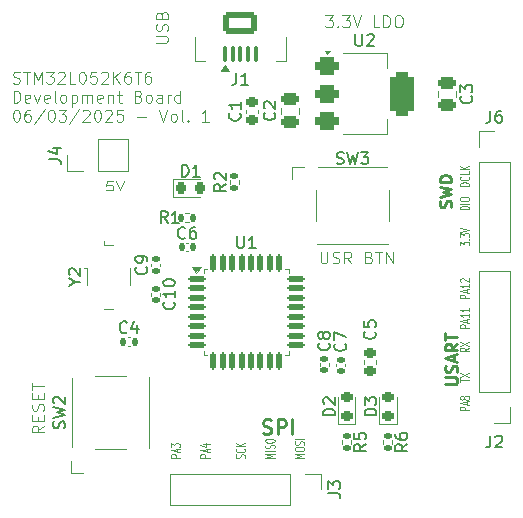
<source format=gto>
%TF.GenerationSoftware,KiCad,Pcbnew,8.0.9*%
%TF.CreationDate,2025-03-10T14:56:04+11:00*%
%TF.ProjectId,stm32l05_dev_board,73746d33-326c-4303-955f-6465765f626f,rev?*%
%TF.SameCoordinates,Original*%
%TF.FileFunction,Legend,Top*%
%TF.FilePolarity,Positive*%
%FSLAX46Y46*%
G04 Gerber Fmt 4.6, Leading zero omitted, Abs format (unit mm)*
G04 Created by KiCad (PCBNEW 8.0.9) date 2025-03-10 14:56:04*
%MOMM*%
%LPD*%
G01*
G04 APERTURE LIST*
G04 Aperture macros list*
%AMRoundRect*
0 Rectangle with rounded corners*
0 $1 Rounding radius*
0 $2 $3 $4 $5 $6 $7 $8 $9 X,Y pos of 4 corners*
0 Add a 4 corners polygon primitive as box body*
4,1,4,$2,$3,$4,$5,$6,$7,$8,$9,$2,$3,0*
0 Add four circle primitives for the rounded corners*
1,1,$1+$1,$2,$3*
1,1,$1+$1,$4,$5*
1,1,$1+$1,$6,$7*
1,1,$1+$1,$8,$9*
0 Add four rect primitives between the rounded corners*
20,1,$1+$1,$2,$3,$4,$5,0*
20,1,$1+$1,$4,$5,$6,$7,0*
20,1,$1+$1,$6,$7,$8,$9,0*
20,1,$1+$1,$8,$9,$2,$3,0*%
G04 Aperture macros list end*
%ADD10C,0.100000*%
%ADD11C,0.250000*%
%ADD12C,0.150000*%
%ADD13C,0.120000*%
%ADD14C,2.200000*%
%ADD15RoundRect,0.135000X-0.185000X0.135000X-0.185000X-0.135000X0.185000X-0.135000X0.185000X0.135000X0*%
%ADD16RoundRect,0.375000X-0.625000X-0.375000X0.625000X-0.375000X0.625000X0.375000X-0.625000X0.375000X0*%
%ADD17RoundRect,0.500000X-0.500000X-1.400000X0.500000X-1.400000X0.500000X1.400000X-0.500000X1.400000X0*%
%ADD18RoundRect,0.218750X-0.218750X-0.256250X0.218750X-0.256250X0.218750X0.256250X-0.218750X0.256250X0*%
%ADD19RoundRect,0.140000X0.170000X-0.140000X0.170000X0.140000X-0.170000X0.140000X-0.170000X-0.140000X0*%
%ADD20R,1.700000X1.700000*%
%ADD21O,1.700000X1.700000*%
%ADD22RoundRect,0.140000X-0.140000X-0.170000X0.140000X-0.170000X0.140000X0.170000X-0.140000X0.170000X0*%
%ADD23RoundRect,0.125000X-0.625000X-0.125000X0.625000X-0.125000X0.625000X0.125000X-0.625000X0.125000X0*%
%ADD24RoundRect,0.125000X-0.125000X-0.625000X0.125000X-0.625000X0.125000X0.625000X-0.125000X0.625000X0*%
%ADD25RoundRect,0.135000X0.185000X-0.135000X0.185000X0.135000X-0.185000X0.135000X-0.185000X-0.135000X0*%
%ADD26R,1.600000X1.400000*%
%ADD27RoundRect,0.100000X0.100000X0.575000X-0.100000X0.575000X-0.100000X-0.575000X0.100000X-0.575000X0*%
%ADD28O,1.000000X1.900000*%
%ADD29R,0.875000X1.900000*%
%ADD30O,1.050000X1.250000*%
%ADD31RoundRect,0.250000X1.200000X0.700000X-1.200000X0.700000X-1.200000X-0.700000X1.200000X-0.700000X0*%
%ADD32RoundRect,0.218750X0.256250X-0.218750X0.256250X0.218750X-0.256250X0.218750X-0.256250X-0.218750X0*%
%ADD33RoundRect,0.140000X-0.170000X0.140000X-0.170000X-0.140000X0.170000X-0.140000X0.170000X0.140000X0*%
%ADD34RoundRect,0.250000X-0.475000X0.250000X-0.475000X-0.250000X0.475000X-0.250000X0.475000X0.250000X0*%
%ADD35RoundRect,0.225000X-0.250000X0.225000X-0.250000X-0.225000X0.250000X-0.225000X0.250000X0.225000X0*%
%ADD36RoundRect,0.135000X-0.135000X-0.185000X0.135000X-0.185000X0.135000X0.185000X-0.135000X0.185000X0*%
%ADD37RoundRect,0.225000X0.250000X-0.225000X0.250000X0.225000X-0.250000X0.225000X-0.250000X-0.225000X0*%
%ADD38R,1.400000X1.600000*%
%ADD39RoundRect,0.250000X0.475000X-0.250000X0.475000X0.250000X-0.475000X0.250000X-0.475000X-0.250000X0*%
%ADD40R,1.100000X1.900000*%
G04 APERTURE END LIST*
D10*
X145808646Y-73462419D02*
X146427693Y-73462419D01*
X146427693Y-73462419D02*
X146094360Y-73843371D01*
X146094360Y-73843371D02*
X146237217Y-73843371D01*
X146237217Y-73843371D02*
X146332455Y-73890990D01*
X146332455Y-73890990D02*
X146380074Y-73938609D01*
X146380074Y-73938609D02*
X146427693Y-74033847D01*
X146427693Y-74033847D02*
X146427693Y-74271942D01*
X146427693Y-74271942D02*
X146380074Y-74367180D01*
X146380074Y-74367180D02*
X146332455Y-74414800D01*
X146332455Y-74414800D02*
X146237217Y-74462419D01*
X146237217Y-74462419D02*
X145951503Y-74462419D01*
X145951503Y-74462419D02*
X145856265Y-74414800D01*
X145856265Y-74414800D02*
X145808646Y-74367180D01*
X146856265Y-74367180D02*
X146903884Y-74414800D01*
X146903884Y-74414800D02*
X146856265Y-74462419D01*
X146856265Y-74462419D02*
X146808646Y-74414800D01*
X146808646Y-74414800D02*
X146856265Y-74367180D01*
X146856265Y-74367180D02*
X146856265Y-74462419D01*
X147237217Y-73462419D02*
X147856264Y-73462419D01*
X147856264Y-73462419D02*
X147522931Y-73843371D01*
X147522931Y-73843371D02*
X147665788Y-73843371D01*
X147665788Y-73843371D02*
X147761026Y-73890990D01*
X147761026Y-73890990D02*
X147808645Y-73938609D01*
X147808645Y-73938609D02*
X147856264Y-74033847D01*
X147856264Y-74033847D02*
X147856264Y-74271942D01*
X147856264Y-74271942D02*
X147808645Y-74367180D01*
X147808645Y-74367180D02*
X147761026Y-74414800D01*
X147761026Y-74414800D02*
X147665788Y-74462419D01*
X147665788Y-74462419D02*
X147380074Y-74462419D01*
X147380074Y-74462419D02*
X147284836Y-74414800D01*
X147284836Y-74414800D02*
X147237217Y-74367180D01*
X148141979Y-73462419D02*
X148475312Y-74462419D01*
X148475312Y-74462419D02*
X148808645Y-73462419D01*
X150380074Y-74462419D02*
X149903884Y-74462419D01*
X149903884Y-74462419D02*
X149903884Y-73462419D01*
X150713408Y-74462419D02*
X150713408Y-73462419D01*
X150713408Y-73462419D02*
X150951503Y-73462419D01*
X150951503Y-73462419D02*
X151094360Y-73510038D01*
X151094360Y-73510038D02*
X151189598Y-73605276D01*
X151189598Y-73605276D02*
X151237217Y-73700514D01*
X151237217Y-73700514D02*
X151284836Y-73890990D01*
X151284836Y-73890990D02*
X151284836Y-74033847D01*
X151284836Y-74033847D02*
X151237217Y-74224323D01*
X151237217Y-74224323D02*
X151189598Y-74319561D01*
X151189598Y-74319561D02*
X151094360Y-74414800D01*
X151094360Y-74414800D02*
X150951503Y-74462419D01*
X150951503Y-74462419D02*
X150713408Y-74462419D01*
X151903884Y-73462419D02*
X152094360Y-73462419D01*
X152094360Y-73462419D02*
X152189598Y-73510038D01*
X152189598Y-73510038D02*
X152284836Y-73605276D01*
X152284836Y-73605276D02*
X152332455Y-73795752D01*
X152332455Y-73795752D02*
X152332455Y-74129085D01*
X152332455Y-74129085D02*
X152284836Y-74319561D01*
X152284836Y-74319561D02*
X152189598Y-74414800D01*
X152189598Y-74414800D02*
X152094360Y-74462419D01*
X152094360Y-74462419D02*
X151903884Y-74462419D01*
X151903884Y-74462419D02*
X151808646Y-74414800D01*
X151808646Y-74414800D02*
X151713408Y-74319561D01*
X151713408Y-74319561D02*
X151665789Y-74129085D01*
X151665789Y-74129085D02*
X151665789Y-73795752D01*
X151665789Y-73795752D02*
X151713408Y-73605276D01*
X151713408Y-73605276D02*
X151808646Y-73510038D01*
X151808646Y-73510038D02*
X151903884Y-73462419D01*
X157996895Y-89905163D02*
X157196895Y-89905163D01*
X157196895Y-89905163D02*
X157196895Y-89786115D01*
X157196895Y-89786115D02*
X157234990Y-89714687D01*
X157234990Y-89714687D02*
X157311180Y-89667068D01*
X157311180Y-89667068D02*
X157387371Y-89643258D01*
X157387371Y-89643258D02*
X157539752Y-89619449D01*
X157539752Y-89619449D02*
X157654038Y-89619449D01*
X157654038Y-89619449D02*
X157806419Y-89643258D01*
X157806419Y-89643258D02*
X157882609Y-89667068D01*
X157882609Y-89667068D02*
X157958800Y-89714687D01*
X157958800Y-89714687D02*
X157996895Y-89786115D01*
X157996895Y-89786115D02*
X157996895Y-89905163D01*
X157996895Y-89405163D02*
X157196895Y-89405163D01*
X157196895Y-89071830D02*
X157196895Y-88976592D01*
X157196895Y-88976592D02*
X157234990Y-88928973D01*
X157234990Y-88928973D02*
X157311180Y-88881354D01*
X157311180Y-88881354D02*
X157463561Y-88857544D01*
X157463561Y-88857544D02*
X157730228Y-88857544D01*
X157730228Y-88857544D02*
X157882609Y-88881354D01*
X157882609Y-88881354D02*
X157958800Y-88928973D01*
X157958800Y-88928973D02*
X157996895Y-88976592D01*
X157996895Y-88976592D02*
X157996895Y-89071830D01*
X157996895Y-89071830D02*
X157958800Y-89119449D01*
X157958800Y-89119449D02*
X157882609Y-89167068D01*
X157882609Y-89167068D02*
X157730228Y-89190877D01*
X157730228Y-89190877D02*
X157463561Y-89190877D01*
X157463561Y-89190877D02*
X157311180Y-89167068D01*
X157311180Y-89167068D02*
X157234990Y-89119449D01*
X157234990Y-89119449D02*
X157196895Y-89071830D01*
X135996895Y-110905163D02*
X135196895Y-110905163D01*
X135196895Y-110905163D02*
X135196895Y-110714687D01*
X135196895Y-110714687D02*
X135234990Y-110667068D01*
X135234990Y-110667068D02*
X135273085Y-110643258D01*
X135273085Y-110643258D02*
X135349276Y-110619449D01*
X135349276Y-110619449D02*
X135463561Y-110619449D01*
X135463561Y-110619449D02*
X135539752Y-110643258D01*
X135539752Y-110643258D02*
X135577847Y-110667068D01*
X135577847Y-110667068D02*
X135615942Y-110714687D01*
X135615942Y-110714687D02*
X135615942Y-110905163D01*
X135768323Y-110428972D02*
X135768323Y-110190877D01*
X135996895Y-110476591D02*
X135196895Y-110309925D01*
X135196895Y-110309925D02*
X135996895Y-110143258D01*
X135463561Y-109762306D02*
X135996895Y-109762306D01*
X135158800Y-109881354D02*
X135730228Y-110000401D01*
X135730228Y-110000401D02*
X135730228Y-109690878D01*
X157996895Y-87905163D02*
X157196895Y-87905163D01*
X157196895Y-87905163D02*
X157196895Y-87786115D01*
X157196895Y-87786115D02*
X157234990Y-87714687D01*
X157234990Y-87714687D02*
X157311180Y-87667068D01*
X157311180Y-87667068D02*
X157387371Y-87643258D01*
X157387371Y-87643258D02*
X157539752Y-87619449D01*
X157539752Y-87619449D02*
X157654038Y-87619449D01*
X157654038Y-87619449D02*
X157806419Y-87643258D01*
X157806419Y-87643258D02*
X157882609Y-87667068D01*
X157882609Y-87667068D02*
X157958800Y-87714687D01*
X157958800Y-87714687D02*
X157996895Y-87786115D01*
X157996895Y-87786115D02*
X157996895Y-87905163D01*
X157920704Y-87119449D02*
X157958800Y-87143258D01*
X157958800Y-87143258D02*
X157996895Y-87214687D01*
X157996895Y-87214687D02*
X157996895Y-87262306D01*
X157996895Y-87262306D02*
X157958800Y-87333734D01*
X157958800Y-87333734D02*
X157882609Y-87381353D01*
X157882609Y-87381353D02*
X157806419Y-87405163D01*
X157806419Y-87405163D02*
X157654038Y-87428972D01*
X157654038Y-87428972D02*
X157539752Y-87428972D01*
X157539752Y-87428972D02*
X157387371Y-87405163D01*
X157387371Y-87405163D02*
X157311180Y-87381353D01*
X157311180Y-87381353D02*
X157234990Y-87333734D01*
X157234990Y-87333734D02*
X157196895Y-87262306D01*
X157196895Y-87262306D02*
X157196895Y-87214687D01*
X157196895Y-87214687D02*
X157234990Y-87143258D01*
X157234990Y-87143258D02*
X157273085Y-87119449D01*
X157996895Y-86667068D02*
X157996895Y-86905163D01*
X157996895Y-86905163D02*
X157196895Y-86905163D01*
X157996895Y-86500401D02*
X157196895Y-86500401D01*
X157996895Y-86214687D02*
X157539752Y-86428972D01*
X157196895Y-86214687D02*
X157654038Y-86500401D01*
X127780074Y-87496895D02*
X127303884Y-87496895D01*
X127303884Y-87496895D02*
X127256265Y-87877847D01*
X127256265Y-87877847D02*
X127303884Y-87839752D01*
X127303884Y-87839752D02*
X127399122Y-87801657D01*
X127399122Y-87801657D02*
X127637217Y-87801657D01*
X127637217Y-87801657D02*
X127732455Y-87839752D01*
X127732455Y-87839752D02*
X127780074Y-87877847D01*
X127780074Y-87877847D02*
X127827693Y-87954038D01*
X127827693Y-87954038D02*
X127827693Y-88144514D01*
X127827693Y-88144514D02*
X127780074Y-88220704D01*
X127780074Y-88220704D02*
X127732455Y-88258800D01*
X127732455Y-88258800D02*
X127637217Y-88296895D01*
X127637217Y-88296895D02*
X127399122Y-88296895D01*
X127399122Y-88296895D02*
X127303884Y-88258800D01*
X127303884Y-88258800D02*
X127256265Y-88220704D01*
X128113408Y-87496895D02*
X128446741Y-88296895D01*
X128446741Y-88296895D02*
X128780074Y-87496895D01*
X133496895Y-110905163D02*
X132696895Y-110905163D01*
X132696895Y-110905163D02*
X132696895Y-110714687D01*
X132696895Y-110714687D02*
X132734990Y-110667068D01*
X132734990Y-110667068D02*
X132773085Y-110643258D01*
X132773085Y-110643258D02*
X132849276Y-110619449D01*
X132849276Y-110619449D02*
X132963561Y-110619449D01*
X132963561Y-110619449D02*
X133039752Y-110643258D01*
X133039752Y-110643258D02*
X133077847Y-110667068D01*
X133077847Y-110667068D02*
X133115942Y-110714687D01*
X133115942Y-110714687D02*
X133115942Y-110905163D01*
X133268323Y-110428972D02*
X133268323Y-110190877D01*
X133496895Y-110476591D02*
X132696895Y-110309925D01*
X132696895Y-110309925D02*
X133496895Y-110143258D01*
X132696895Y-110024211D02*
X132696895Y-109714687D01*
X132696895Y-109714687D02*
X133001657Y-109881354D01*
X133001657Y-109881354D02*
X133001657Y-109809925D01*
X133001657Y-109809925D02*
X133039752Y-109762306D01*
X133039752Y-109762306D02*
X133077847Y-109738497D01*
X133077847Y-109738497D02*
X133154038Y-109714687D01*
X133154038Y-109714687D02*
X133344514Y-109714687D01*
X133344514Y-109714687D02*
X133420704Y-109738497D01*
X133420704Y-109738497D02*
X133458800Y-109762306D01*
X133458800Y-109762306D02*
X133496895Y-109809925D01*
X133496895Y-109809925D02*
X133496895Y-109952782D01*
X133496895Y-109952782D02*
X133458800Y-110000401D01*
X133458800Y-110000401D02*
X133420704Y-110024211D01*
X157196895Y-104476591D02*
X157196895Y-104190877D01*
X157996895Y-104333734D02*
X157196895Y-104333734D01*
X157196895Y-104071830D02*
X157996895Y-103738497D01*
X157196895Y-103738497D02*
X157996895Y-104071830D01*
X157996895Y-106905163D02*
X157196895Y-106905163D01*
X157196895Y-106905163D02*
X157196895Y-106714687D01*
X157196895Y-106714687D02*
X157234990Y-106667068D01*
X157234990Y-106667068D02*
X157273085Y-106643258D01*
X157273085Y-106643258D02*
X157349276Y-106619449D01*
X157349276Y-106619449D02*
X157463561Y-106619449D01*
X157463561Y-106619449D02*
X157539752Y-106643258D01*
X157539752Y-106643258D02*
X157577847Y-106667068D01*
X157577847Y-106667068D02*
X157615942Y-106714687D01*
X157615942Y-106714687D02*
X157615942Y-106905163D01*
X157768323Y-106428972D02*
X157768323Y-106190877D01*
X157996895Y-106476591D02*
X157196895Y-106309925D01*
X157196895Y-106309925D02*
X157996895Y-106143258D01*
X157539752Y-105905163D02*
X157501657Y-105952782D01*
X157501657Y-105952782D02*
X157463561Y-105976592D01*
X157463561Y-105976592D02*
X157387371Y-106000401D01*
X157387371Y-106000401D02*
X157349276Y-106000401D01*
X157349276Y-106000401D02*
X157273085Y-105976592D01*
X157273085Y-105976592D02*
X157234990Y-105952782D01*
X157234990Y-105952782D02*
X157196895Y-105905163D01*
X157196895Y-105905163D02*
X157196895Y-105809925D01*
X157196895Y-105809925D02*
X157234990Y-105762306D01*
X157234990Y-105762306D02*
X157273085Y-105738497D01*
X157273085Y-105738497D02*
X157349276Y-105714687D01*
X157349276Y-105714687D02*
X157387371Y-105714687D01*
X157387371Y-105714687D02*
X157463561Y-105738497D01*
X157463561Y-105738497D02*
X157501657Y-105762306D01*
X157501657Y-105762306D02*
X157539752Y-105809925D01*
X157539752Y-105809925D02*
X157539752Y-105905163D01*
X157539752Y-105905163D02*
X157577847Y-105952782D01*
X157577847Y-105952782D02*
X157615942Y-105976592D01*
X157615942Y-105976592D02*
X157692133Y-106000401D01*
X157692133Y-106000401D02*
X157844514Y-106000401D01*
X157844514Y-106000401D02*
X157920704Y-105976592D01*
X157920704Y-105976592D02*
X157958800Y-105952782D01*
X157958800Y-105952782D02*
X157996895Y-105905163D01*
X157996895Y-105905163D02*
X157996895Y-105809925D01*
X157996895Y-105809925D02*
X157958800Y-105762306D01*
X157958800Y-105762306D02*
X157920704Y-105738497D01*
X157920704Y-105738497D02*
X157844514Y-105714687D01*
X157844514Y-105714687D02*
X157692133Y-105714687D01*
X157692133Y-105714687D02*
X157615942Y-105738497D01*
X157615942Y-105738497D02*
X157577847Y-105762306D01*
X157577847Y-105762306D02*
X157539752Y-105809925D01*
X141496895Y-110905163D02*
X140696895Y-110905163D01*
X140696895Y-110905163D02*
X141268323Y-110738496D01*
X141268323Y-110738496D02*
X140696895Y-110571830D01*
X140696895Y-110571830D02*
X141496895Y-110571830D01*
X141496895Y-110333734D02*
X140696895Y-110333734D01*
X141458800Y-110119448D02*
X141496895Y-110048020D01*
X141496895Y-110048020D02*
X141496895Y-109928972D01*
X141496895Y-109928972D02*
X141458800Y-109881353D01*
X141458800Y-109881353D02*
X141420704Y-109857544D01*
X141420704Y-109857544D02*
X141344514Y-109833734D01*
X141344514Y-109833734D02*
X141268323Y-109833734D01*
X141268323Y-109833734D02*
X141192133Y-109857544D01*
X141192133Y-109857544D02*
X141154038Y-109881353D01*
X141154038Y-109881353D02*
X141115942Y-109928972D01*
X141115942Y-109928972D02*
X141077847Y-110024210D01*
X141077847Y-110024210D02*
X141039752Y-110071829D01*
X141039752Y-110071829D02*
X141001657Y-110095639D01*
X141001657Y-110095639D02*
X140925466Y-110119448D01*
X140925466Y-110119448D02*
X140849276Y-110119448D01*
X140849276Y-110119448D02*
X140773085Y-110095639D01*
X140773085Y-110095639D02*
X140734990Y-110071829D01*
X140734990Y-110071829D02*
X140696895Y-110024210D01*
X140696895Y-110024210D02*
X140696895Y-109905163D01*
X140696895Y-109905163D02*
X140734990Y-109833734D01*
X140696895Y-109524211D02*
X140696895Y-109428973D01*
X140696895Y-109428973D02*
X140734990Y-109381354D01*
X140734990Y-109381354D02*
X140811180Y-109333735D01*
X140811180Y-109333735D02*
X140963561Y-109309925D01*
X140963561Y-109309925D02*
X141230228Y-109309925D01*
X141230228Y-109309925D02*
X141382609Y-109333735D01*
X141382609Y-109333735D02*
X141458800Y-109381354D01*
X141458800Y-109381354D02*
X141496895Y-109428973D01*
X141496895Y-109428973D02*
X141496895Y-109524211D01*
X141496895Y-109524211D02*
X141458800Y-109571830D01*
X141458800Y-109571830D02*
X141382609Y-109619449D01*
X141382609Y-109619449D02*
X141230228Y-109643258D01*
X141230228Y-109643258D02*
X140963561Y-109643258D01*
X140963561Y-109643258D02*
X140811180Y-109619449D01*
X140811180Y-109619449D02*
X140734990Y-109571830D01*
X140734990Y-109571830D02*
X140696895Y-109524211D01*
X143996895Y-110905163D02*
X143196895Y-110905163D01*
X143196895Y-110905163D02*
X143768323Y-110738496D01*
X143768323Y-110738496D02*
X143196895Y-110571830D01*
X143196895Y-110571830D02*
X143996895Y-110571830D01*
X143196895Y-110238496D02*
X143196895Y-110143258D01*
X143196895Y-110143258D02*
X143234990Y-110095639D01*
X143234990Y-110095639D02*
X143311180Y-110048020D01*
X143311180Y-110048020D02*
X143463561Y-110024210D01*
X143463561Y-110024210D02*
X143730228Y-110024210D01*
X143730228Y-110024210D02*
X143882609Y-110048020D01*
X143882609Y-110048020D02*
X143958800Y-110095639D01*
X143958800Y-110095639D02*
X143996895Y-110143258D01*
X143996895Y-110143258D02*
X143996895Y-110238496D01*
X143996895Y-110238496D02*
X143958800Y-110286115D01*
X143958800Y-110286115D02*
X143882609Y-110333734D01*
X143882609Y-110333734D02*
X143730228Y-110357543D01*
X143730228Y-110357543D02*
X143463561Y-110357543D01*
X143463561Y-110357543D02*
X143311180Y-110333734D01*
X143311180Y-110333734D02*
X143234990Y-110286115D01*
X143234990Y-110286115D02*
X143196895Y-110238496D01*
X143958800Y-109833733D02*
X143996895Y-109762305D01*
X143996895Y-109762305D02*
X143996895Y-109643257D01*
X143996895Y-109643257D02*
X143958800Y-109595638D01*
X143958800Y-109595638D02*
X143920704Y-109571829D01*
X143920704Y-109571829D02*
X143844514Y-109548019D01*
X143844514Y-109548019D02*
X143768323Y-109548019D01*
X143768323Y-109548019D02*
X143692133Y-109571829D01*
X143692133Y-109571829D02*
X143654038Y-109595638D01*
X143654038Y-109595638D02*
X143615942Y-109643257D01*
X143615942Y-109643257D02*
X143577847Y-109738495D01*
X143577847Y-109738495D02*
X143539752Y-109786114D01*
X143539752Y-109786114D02*
X143501657Y-109809924D01*
X143501657Y-109809924D02*
X143425466Y-109833733D01*
X143425466Y-109833733D02*
X143349276Y-109833733D01*
X143349276Y-109833733D02*
X143273085Y-109809924D01*
X143273085Y-109809924D02*
X143234990Y-109786114D01*
X143234990Y-109786114D02*
X143196895Y-109738495D01*
X143196895Y-109738495D02*
X143196895Y-109619448D01*
X143196895Y-109619448D02*
X143234990Y-109548019D01*
X143996895Y-109333734D02*
X143196895Y-109333734D01*
X119356265Y-79194912D02*
X119499122Y-79242531D01*
X119499122Y-79242531D02*
X119737217Y-79242531D01*
X119737217Y-79242531D02*
X119832455Y-79194912D01*
X119832455Y-79194912D02*
X119880074Y-79147292D01*
X119880074Y-79147292D02*
X119927693Y-79052054D01*
X119927693Y-79052054D02*
X119927693Y-78956816D01*
X119927693Y-78956816D02*
X119880074Y-78861578D01*
X119880074Y-78861578D02*
X119832455Y-78813959D01*
X119832455Y-78813959D02*
X119737217Y-78766340D01*
X119737217Y-78766340D02*
X119546741Y-78718721D01*
X119546741Y-78718721D02*
X119451503Y-78671102D01*
X119451503Y-78671102D02*
X119403884Y-78623483D01*
X119403884Y-78623483D02*
X119356265Y-78528245D01*
X119356265Y-78528245D02*
X119356265Y-78433007D01*
X119356265Y-78433007D02*
X119403884Y-78337769D01*
X119403884Y-78337769D02*
X119451503Y-78290150D01*
X119451503Y-78290150D02*
X119546741Y-78242531D01*
X119546741Y-78242531D02*
X119784836Y-78242531D01*
X119784836Y-78242531D02*
X119927693Y-78290150D01*
X120213408Y-78242531D02*
X120784836Y-78242531D01*
X120499122Y-79242531D02*
X120499122Y-78242531D01*
X121118170Y-79242531D02*
X121118170Y-78242531D01*
X121118170Y-78242531D02*
X121451503Y-78956816D01*
X121451503Y-78956816D02*
X121784836Y-78242531D01*
X121784836Y-78242531D02*
X121784836Y-79242531D01*
X122165789Y-78242531D02*
X122784836Y-78242531D01*
X122784836Y-78242531D02*
X122451503Y-78623483D01*
X122451503Y-78623483D02*
X122594360Y-78623483D01*
X122594360Y-78623483D02*
X122689598Y-78671102D01*
X122689598Y-78671102D02*
X122737217Y-78718721D01*
X122737217Y-78718721D02*
X122784836Y-78813959D01*
X122784836Y-78813959D02*
X122784836Y-79052054D01*
X122784836Y-79052054D02*
X122737217Y-79147292D01*
X122737217Y-79147292D02*
X122689598Y-79194912D01*
X122689598Y-79194912D02*
X122594360Y-79242531D01*
X122594360Y-79242531D02*
X122308646Y-79242531D01*
X122308646Y-79242531D02*
X122213408Y-79194912D01*
X122213408Y-79194912D02*
X122165789Y-79147292D01*
X123165789Y-78337769D02*
X123213408Y-78290150D01*
X123213408Y-78290150D02*
X123308646Y-78242531D01*
X123308646Y-78242531D02*
X123546741Y-78242531D01*
X123546741Y-78242531D02*
X123641979Y-78290150D01*
X123641979Y-78290150D02*
X123689598Y-78337769D01*
X123689598Y-78337769D02*
X123737217Y-78433007D01*
X123737217Y-78433007D02*
X123737217Y-78528245D01*
X123737217Y-78528245D02*
X123689598Y-78671102D01*
X123689598Y-78671102D02*
X123118170Y-79242531D01*
X123118170Y-79242531D02*
X123737217Y-79242531D01*
X124641979Y-79242531D02*
X124165789Y-79242531D01*
X124165789Y-79242531D02*
X124165789Y-78242531D01*
X125165789Y-78242531D02*
X125261027Y-78242531D01*
X125261027Y-78242531D02*
X125356265Y-78290150D01*
X125356265Y-78290150D02*
X125403884Y-78337769D01*
X125403884Y-78337769D02*
X125451503Y-78433007D01*
X125451503Y-78433007D02*
X125499122Y-78623483D01*
X125499122Y-78623483D02*
X125499122Y-78861578D01*
X125499122Y-78861578D02*
X125451503Y-79052054D01*
X125451503Y-79052054D02*
X125403884Y-79147292D01*
X125403884Y-79147292D02*
X125356265Y-79194912D01*
X125356265Y-79194912D02*
X125261027Y-79242531D01*
X125261027Y-79242531D02*
X125165789Y-79242531D01*
X125165789Y-79242531D02*
X125070551Y-79194912D01*
X125070551Y-79194912D02*
X125022932Y-79147292D01*
X125022932Y-79147292D02*
X124975313Y-79052054D01*
X124975313Y-79052054D02*
X124927694Y-78861578D01*
X124927694Y-78861578D02*
X124927694Y-78623483D01*
X124927694Y-78623483D02*
X124975313Y-78433007D01*
X124975313Y-78433007D02*
X125022932Y-78337769D01*
X125022932Y-78337769D02*
X125070551Y-78290150D01*
X125070551Y-78290150D02*
X125165789Y-78242531D01*
X126403884Y-78242531D02*
X125927694Y-78242531D01*
X125927694Y-78242531D02*
X125880075Y-78718721D01*
X125880075Y-78718721D02*
X125927694Y-78671102D01*
X125927694Y-78671102D02*
X126022932Y-78623483D01*
X126022932Y-78623483D02*
X126261027Y-78623483D01*
X126261027Y-78623483D02*
X126356265Y-78671102D01*
X126356265Y-78671102D02*
X126403884Y-78718721D01*
X126403884Y-78718721D02*
X126451503Y-78813959D01*
X126451503Y-78813959D02*
X126451503Y-79052054D01*
X126451503Y-79052054D02*
X126403884Y-79147292D01*
X126403884Y-79147292D02*
X126356265Y-79194912D01*
X126356265Y-79194912D02*
X126261027Y-79242531D01*
X126261027Y-79242531D02*
X126022932Y-79242531D01*
X126022932Y-79242531D02*
X125927694Y-79194912D01*
X125927694Y-79194912D02*
X125880075Y-79147292D01*
X126832456Y-78337769D02*
X126880075Y-78290150D01*
X126880075Y-78290150D02*
X126975313Y-78242531D01*
X126975313Y-78242531D02*
X127213408Y-78242531D01*
X127213408Y-78242531D02*
X127308646Y-78290150D01*
X127308646Y-78290150D02*
X127356265Y-78337769D01*
X127356265Y-78337769D02*
X127403884Y-78433007D01*
X127403884Y-78433007D02*
X127403884Y-78528245D01*
X127403884Y-78528245D02*
X127356265Y-78671102D01*
X127356265Y-78671102D02*
X126784837Y-79242531D01*
X126784837Y-79242531D02*
X127403884Y-79242531D01*
X127832456Y-79242531D02*
X127832456Y-78242531D01*
X128403884Y-79242531D02*
X127975313Y-78671102D01*
X128403884Y-78242531D02*
X127832456Y-78813959D01*
X129261027Y-78242531D02*
X129070551Y-78242531D01*
X129070551Y-78242531D02*
X128975313Y-78290150D01*
X128975313Y-78290150D02*
X128927694Y-78337769D01*
X128927694Y-78337769D02*
X128832456Y-78480626D01*
X128832456Y-78480626D02*
X128784837Y-78671102D01*
X128784837Y-78671102D02*
X128784837Y-79052054D01*
X128784837Y-79052054D02*
X128832456Y-79147292D01*
X128832456Y-79147292D02*
X128880075Y-79194912D01*
X128880075Y-79194912D02*
X128975313Y-79242531D01*
X128975313Y-79242531D02*
X129165789Y-79242531D01*
X129165789Y-79242531D02*
X129261027Y-79194912D01*
X129261027Y-79194912D02*
X129308646Y-79147292D01*
X129308646Y-79147292D02*
X129356265Y-79052054D01*
X129356265Y-79052054D02*
X129356265Y-78813959D01*
X129356265Y-78813959D02*
X129308646Y-78718721D01*
X129308646Y-78718721D02*
X129261027Y-78671102D01*
X129261027Y-78671102D02*
X129165789Y-78623483D01*
X129165789Y-78623483D02*
X128975313Y-78623483D01*
X128975313Y-78623483D02*
X128880075Y-78671102D01*
X128880075Y-78671102D02*
X128832456Y-78718721D01*
X128832456Y-78718721D02*
X128784837Y-78813959D01*
X129641980Y-78242531D02*
X130213408Y-78242531D01*
X129927694Y-79242531D02*
X129927694Y-78242531D01*
X130975313Y-78242531D02*
X130784837Y-78242531D01*
X130784837Y-78242531D02*
X130689599Y-78290150D01*
X130689599Y-78290150D02*
X130641980Y-78337769D01*
X130641980Y-78337769D02*
X130546742Y-78480626D01*
X130546742Y-78480626D02*
X130499123Y-78671102D01*
X130499123Y-78671102D02*
X130499123Y-79052054D01*
X130499123Y-79052054D02*
X130546742Y-79147292D01*
X130546742Y-79147292D02*
X130594361Y-79194912D01*
X130594361Y-79194912D02*
X130689599Y-79242531D01*
X130689599Y-79242531D02*
X130880075Y-79242531D01*
X130880075Y-79242531D02*
X130975313Y-79194912D01*
X130975313Y-79194912D02*
X131022932Y-79147292D01*
X131022932Y-79147292D02*
X131070551Y-79052054D01*
X131070551Y-79052054D02*
X131070551Y-78813959D01*
X131070551Y-78813959D02*
X131022932Y-78718721D01*
X131022932Y-78718721D02*
X130975313Y-78671102D01*
X130975313Y-78671102D02*
X130880075Y-78623483D01*
X130880075Y-78623483D02*
X130689599Y-78623483D01*
X130689599Y-78623483D02*
X130594361Y-78671102D01*
X130594361Y-78671102D02*
X130546742Y-78718721D01*
X130546742Y-78718721D02*
X130499123Y-78813959D01*
X119403884Y-80852475D02*
X119403884Y-79852475D01*
X119403884Y-79852475D02*
X119641979Y-79852475D01*
X119641979Y-79852475D02*
X119784836Y-79900094D01*
X119784836Y-79900094D02*
X119880074Y-79995332D01*
X119880074Y-79995332D02*
X119927693Y-80090570D01*
X119927693Y-80090570D02*
X119975312Y-80281046D01*
X119975312Y-80281046D02*
X119975312Y-80423903D01*
X119975312Y-80423903D02*
X119927693Y-80614379D01*
X119927693Y-80614379D02*
X119880074Y-80709617D01*
X119880074Y-80709617D02*
X119784836Y-80804856D01*
X119784836Y-80804856D02*
X119641979Y-80852475D01*
X119641979Y-80852475D02*
X119403884Y-80852475D01*
X120784836Y-80804856D02*
X120689598Y-80852475D01*
X120689598Y-80852475D02*
X120499122Y-80852475D01*
X120499122Y-80852475D02*
X120403884Y-80804856D01*
X120403884Y-80804856D02*
X120356265Y-80709617D01*
X120356265Y-80709617D02*
X120356265Y-80328665D01*
X120356265Y-80328665D02*
X120403884Y-80233427D01*
X120403884Y-80233427D02*
X120499122Y-80185808D01*
X120499122Y-80185808D02*
X120689598Y-80185808D01*
X120689598Y-80185808D02*
X120784836Y-80233427D01*
X120784836Y-80233427D02*
X120832455Y-80328665D01*
X120832455Y-80328665D02*
X120832455Y-80423903D01*
X120832455Y-80423903D02*
X120356265Y-80519141D01*
X121165789Y-80185808D02*
X121403884Y-80852475D01*
X121403884Y-80852475D02*
X121641979Y-80185808D01*
X122403884Y-80804856D02*
X122308646Y-80852475D01*
X122308646Y-80852475D02*
X122118170Y-80852475D01*
X122118170Y-80852475D02*
X122022932Y-80804856D01*
X122022932Y-80804856D02*
X121975313Y-80709617D01*
X121975313Y-80709617D02*
X121975313Y-80328665D01*
X121975313Y-80328665D02*
X122022932Y-80233427D01*
X122022932Y-80233427D02*
X122118170Y-80185808D01*
X122118170Y-80185808D02*
X122308646Y-80185808D01*
X122308646Y-80185808D02*
X122403884Y-80233427D01*
X122403884Y-80233427D02*
X122451503Y-80328665D01*
X122451503Y-80328665D02*
X122451503Y-80423903D01*
X122451503Y-80423903D02*
X121975313Y-80519141D01*
X123022932Y-80852475D02*
X122927694Y-80804856D01*
X122927694Y-80804856D02*
X122880075Y-80709617D01*
X122880075Y-80709617D02*
X122880075Y-79852475D01*
X123546742Y-80852475D02*
X123451504Y-80804856D01*
X123451504Y-80804856D02*
X123403885Y-80757236D01*
X123403885Y-80757236D02*
X123356266Y-80661998D01*
X123356266Y-80661998D02*
X123356266Y-80376284D01*
X123356266Y-80376284D02*
X123403885Y-80281046D01*
X123403885Y-80281046D02*
X123451504Y-80233427D01*
X123451504Y-80233427D02*
X123546742Y-80185808D01*
X123546742Y-80185808D02*
X123689599Y-80185808D01*
X123689599Y-80185808D02*
X123784837Y-80233427D01*
X123784837Y-80233427D02*
X123832456Y-80281046D01*
X123832456Y-80281046D02*
X123880075Y-80376284D01*
X123880075Y-80376284D02*
X123880075Y-80661998D01*
X123880075Y-80661998D02*
X123832456Y-80757236D01*
X123832456Y-80757236D02*
X123784837Y-80804856D01*
X123784837Y-80804856D02*
X123689599Y-80852475D01*
X123689599Y-80852475D02*
X123546742Y-80852475D01*
X124308647Y-80185808D02*
X124308647Y-81185808D01*
X124308647Y-80233427D02*
X124403885Y-80185808D01*
X124403885Y-80185808D02*
X124594361Y-80185808D01*
X124594361Y-80185808D02*
X124689599Y-80233427D01*
X124689599Y-80233427D02*
X124737218Y-80281046D01*
X124737218Y-80281046D02*
X124784837Y-80376284D01*
X124784837Y-80376284D02*
X124784837Y-80661998D01*
X124784837Y-80661998D02*
X124737218Y-80757236D01*
X124737218Y-80757236D02*
X124689599Y-80804856D01*
X124689599Y-80804856D02*
X124594361Y-80852475D01*
X124594361Y-80852475D02*
X124403885Y-80852475D01*
X124403885Y-80852475D02*
X124308647Y-80804856D01*
X125213409Y-80852475D02*
X125213409Y-80185808D01*
X125213409Y-80281046D02*
X125261028Y-80233427D01*
X125261028Y-80233427D02*
X125356266Y-80185808D01*
X125356266Y-80185808D02*
X125499123Y-80185808D01*
X125499123Y-80185808D02*
X125594361Y-80233427D01*
X125594361Y-80233427D02*
X125641980Y-80328665D01*
X125641980Y-80328665D02*
X125641980Y-80852475D01*
X125641980Y-80328665D02*
X125689599Y-80233427D01*
X125689599Y-80233427D02*
X125784837Y-80185808D01*
X125784837Y-80185808D02*
X125927694Y-80185808D01*
X125927694Y-80185808D02*
X126022933Y-80233427D01*
X126022933Y-80233427D02*
X126070552Y-80328665D01*
X126070552Y-80328665D02*
X126070552Y-80852475D01*
X126927694Y-80804856D02*
X126832456Y-80852475D01*
X126832456Y-80852475D02*
X126641980Y-80852475D01*
X126641980Y-80852475D02*
X126546742Y-80804856D01*
X126546742Y-80804856D02*
X126499123Y-80709617D01*
X126499123Y-80709617D02*
X126499123Y-80328665D01*
X126499123Y-80328665D02*
X126546742Y-80233427D01*
X126546742Y-80233427D02*
X126641980Y-80185808D01*
X126641980Y-80185808D02*
X126832456Y-80185808D01*
X126832456Y-80185808D02*
X126927694Y-80233427D01*
X126927694Y-80233427D02*
X126975313Y-80328665D01*
X126975313Y-80328665D02*
X126975313Y-80423903D01*
X126975313Y-80423903D02*
X126499123Y-80519141D01*
X127403885Y-80185808D02*
X127403885Y-80852475D01*
X127403885Y-80281046D02*
X127451504Y-80233427D01*
X127451504Y-80233427D02*
X127546742Y-80185808D01*
X127546742Y-80185808D02*
X127689599Y-80185808D01*
X127689599Y-80185808D02*
X127784837Y-80233427D01*
X127784837Y-80233427D02*
X127832456Y-80328665D01*
X127832456Y-80328665D02*
X127832456Y-80852475D01*
X128165790Y-80185808D02*
X128546742Y-80185808D01*
X128308647Y-79852475D02*
X128308647Y-80709617D01*
X128308647Y-80709617D02*
X128356266Y-80804856D01*
X128356266Y-80804856D02*
X128451504Y-80852475D01*
X128451504Y-80852475D02*
X128546742Y-80852475D01*
X129975314Y-80328665D02*
X130118171Y-80376284D01*
X130118171Y-80376284D02*
X130165790Y-80423903D01*
X130165790Y-80423903D02*
X130213409Y-80519141D01*
X130213409Y-80519141D02*
X130213409Y-80661998D01*
X130213409Y-80661998D02*
X130165790Y-80757236D01*
X130165790Y-80757236D02*
X130118171Y-80804856D01*
X130118171Y-80804856D02*
X130022933Y-80852475D01*
X130022933Y-80852475D02*
X129641981Y-80852475D01*
X129641981Y-80852475D02*
X129641981Y-79852475D01*
X129641981Y-79852475D02*
X129975314Y-79852475D01*
X129975314Y-79852475D02*
X130070552Y-79900094D01*
X130070552Y-79900094D02*
X130118171Y-79947713D01*
X130118171Y-79947713D02*
X130165790Y-80042951D01*
X130165790Y-80042951D02*
X130165790Y-80138189D01*
X130165790Y-80138189D02*
X130118171Y-80233427D01*
X130118171Y-80233427D02*
X130070552Y-80281046D01*
X130070552Y-80281046D02*
X129975314Y-80328665D01*
X129975314Y-80328665D02*
X129641981Y-80328665D01*
X130784838Y-80852475D02*
X130689600Y-80804856D01*
X130689600Y-80804856D02*
X130641981Y-80757236D01*
X130641981Y-80757236D02*
X130594362Y-80661998D01*
X130594362Y-80661998D02*
X130594362Y-80376284D01*
X130594362Y-80376284D02*
X130641981Y-80281046D01*
X130641981Y-80281046D02*
X130689600Y-80233427D01*
X130689600Y-80233427D02*
X130784838Y-80185808D01*
X130784838Y-80185808D02*
X130927695Y-80185808D01*
X130927695Y-80185808D02*
X131022933Y-80233427D01*
X131022933Y-80233427D02*
X131070552Y-80281046D01*
X131070552Y-80281046D02*
X131118171Y-80376284D01*
X131118171Y-80376284D02*
X131118171Y-80661998D01*
X131118171Y-80661998D02*
X131070552Y-80757236D01*
X131070552Y-80757236D02*
X131022933Y-80804856D01*
X131022933Y-80804856D02*
X130927695Y-80852475D01*
X130927695Y-80852475D02*
X130784838Y-80852475D01*
X131975314Y-80852475D02*
X131975314Y-80328665D01*
X131975314Y-80328665D02*
X131927695Y-80233427D01*
X131927695Y-80233427D02*
X131832457Y-80185808D01*
X131832457Y-80185808D02*
X131641981Y-80185808D01*
X131641981Y-80185808D02*
X131546743Y-80233427D01*
X131975314Y-80804856D02*
X131880076Y-80852475D01*
X131880076Y-80852475D02*
X131641981Y-80852475D01*
X131641981Y-80852475D02*
X131546743Y-80804856D01*
X131546743Y-80804856D02*
X131499124Y-80709617D01*
X131499124Y-80709617D02*
X131499124Y-80614379D01*
X131499124Y-80614379D02*
X131546743Y-80519141D01*
X131546743Y-80519141D02*
X131641981Y-80471522D01*
X131641981Y-80471522D02*
X131880076Y-80471522D01*
X131880076Y-80471522D02*
X131975314Y-80423903D01*
X132451505Y-80852475D02*
X132451505Y-80185808D01*
X132451505Y-80376284D02*
X132499124Y-80281046D01*
X132499124Y-80281046D02*
X132546743Y-80233427D01*
X132546743Y-80233427D02*
X132641981Y-80185808D01*
X132641981Y-80185808D02*
X132737219Y-80185808D01*
X133499124Y-80852475D02*
X133499124Y-79852475D01*
X133499124Y-80804856D02*
X133403886Y-80852475D01*
X133403886Y-80852475D02*
X133213410Y-80852475D01*
X133213410Y-80852475D02*
X133118172Y-80804856D01*
X133118172Y-80804856D02*
X133070553Y-80757236D01*
X133070553Y-80757236D02*
X133022934Y-80661998D01*
X133022934Y-80661998D02*
X133022934Y-80376284D01*
X133022934Y-80376284D02*
X133070553Y-80281046D01*
X133070553Y-80281046D02*
X133118172Y-80233427D01*
X133118172Y-80233427D02*
X133213410Y-80185808D01*
X133213410Y-80185808D02*
X133403886Y-80185808D01*
X133403886Y-80185808D02*
X133499124Y-80233427D01*
X119594360Y-81462419D02*
X119689598Y-81462419D01*
X119689598Y-81462419D02*
X119784836Y-81510038D01*
X119784836Y-81510038D02*
X119832455Y-81557657D01*
X119832455Y-81557657D02*
X119880074Y-81652895D01*
X119880074Y-81652895D02*
X119927693Y-81843371D01*
X119927693Y-81843371D02*
X119927693Y-82081466D01*
X119927693Y-82081466D02*
X119880074Y-82271942D01*
X119880074Y-82271942D02*
X119832455Y-82367180D01*
X119832455Y-82367180D02*
X119784836Y-82414800D01*
X119784836Y-82414800D02*
X119689598Y-82462419D01*
X119689598Y-82462419D02*
X119594360Y-82462419D01*
X119594360Y-82462419D02*
X119499122Y-82414800D01*
X119499122Y-82414800D02*
X119451503Y-82367180D01*
X119451503Y-82367180D02*
X119403884Y-82271942D01*
X119403884Y-82271942D02*
X119356265Y-82081466D01*
X119356265Y-82081466D02*
X119356265Y-81843371D01*
X119356265Y-81843371D02*
X119403884Y-81652895D01*
X119403884Y-81652895D02*
X119451503Y-81557657D01*
X119451503Y-81557657D02*
X119499122Y-81510038D01*
X119499122Y-81510038D02*
X119594360Y-81462419D01*
X120784836Y-81462419D02*
X120594360Y-81462419D01*
X120594360Y-81462419D02*
X120499122Y-81510038D01*
X120499122Y-81510038D02*
X120451503Y-81557657D01*
X120451503Y-81557657D02*
X120356265Y-81700514D01*
X120356265Y-81700514D02*
X120308646Y-81890990D01*
X120308646Y-81890990D02*
X120308646Y-82271942D01*
X120308646Y-82271942D02*
X120356265Y-82367180D01*
X120356265Y-82367180D02*
X120403884Y-82414800D01*
X120403884Y-82414800D02*
X120499122Y-82462419D01*
X120499122Y-82462419D02*
X120689598Y-82462419D01*
X120689598Y-82462419D02*
X120784836Y-82414800D01*
X120784836Y-82414800D02*
X120832455Y-82367180D01*
X120832455Y-82367180D02*
X120880074Y-82271942D01*
X120880074Y-82271942D02*
X120880074Y-82033847D01*
X120880074Y-82033847D02*
X120832455Y-81938609D01*
X120832455Y-81938609D02*
X120784836Y-81890990D01*
X120784836Y-81890990D02*
X120689598Y-81843371D01*
X120689598Y-81843371D02*
X120499122Y-81843371D01*
X120499122Y-81843371D02*
X120403884Y-81890990D01*
X120403884Y-81890990D02*
X120356265Y-81938609D01*
X120356265Y-81938609D02*
X120308646Y-82033847D01*
X122022931Y-81414800D02*
X121165789Y-82700514D01*
X122546741Y-81462419D02*
X122641979Y-81462419D01*
X122641979Y-81462419D02*
X122737217Y-81510038D01*
X122737217Y-81510038D02*
X122784836Y-81557657D01*
X122784836Y-81557657D02*
X122832455Y-81652895D01*
X122832455Y-81652895D02*
X122880074Y-81843371D01*
X122880074Y-81843371D02*
X122880074Y-82081466D01*
X122880074Y-82081466D02*
X122832455Y-82271942D01*
X122832455Y-82271942D02*
X122784836Y-82367180D01*
X122784836Y-82367180D02*
X122737217Y-82414800D01*
X122737217Y-82414800D02*
X122641979Y-82462419D01*
X122641979Y-82462419D02*
X122546741Y-82462419D01*
X122546741Y-82462419D02*
X122451503Y-82414800D01*
X122451503Y-82414800D02*
X122403884Y-82367180D01*
X122403884Y-82367180D02*
X122356265Y-82271942D01*
X122356265Y-82271942D02*
X122308646Y-82081466D01*
X122308646Y-82081466D02*
X122308646Y-81843371D01*
X122308646Y-81843371D02*
X122356265Y-81652895D01*
X122356265Y-81652895D02*
X122403884Y-81557657D01*
X122403884Y-81557657D02*
X122451503Y-81510038D01*
X122451503Y-81510038D02*
X122546741Y-81462419D01*
X123213408Y-81462419D02*
X123832455Y-81462419D01*
X123832455Y-81462419D02*
X123499122Y-81843371D01*
X123499122Y-81843371D02*
X123641979Y-81843371D01*
X123641979Y-81843371D02*
X123737217Y-81890990D01*
X123737217Y-81890990D02*
X123784836Y-81938609D01*
X123784836Y-81938609D02*
X123832455Y-82033847D01*
X123832455Y-82033847D02*
X123832455Y-82271942D01*
X123832455Y-82271942D02*
X123784836Y-82367180D01*
X123784836Y-82367180D02*
X123737217Y-82414800D01*
X123737217Y-82414800D02*
X123641979Y-82462419D01*
X123641979Y-82462419D02*
X123356265Y-82462419D01*
X123356265Y-82462419D02*
X123261027Y-82414800D01*
X123261027Y-82414800D02*
X123213408Y-82367180D01*
X124975312Y-81414800D02*
X124118170Y-82700514D01*
X125261027Y-81557657D02*
X125308646Y-81510038D01*
X125308646Y-81510038D02*
X125403884Y-81462419D01*
X125403884Y-81462419D02*
X125641979Y-81462419D01*
X125641979Y-81462419D02*
X125737217Y-81510038D01*
X125737217Y-81510038D02*
X125784836Y-81557657D01*
X125784836Y-81557657D02*
X125832455Y-81652895D01*
X125832455Y-81652895D02*
X125832455Y-81748133D01*
X125832455Y-81748133D02*
X125784836Y-81890990D01*
X125784836Y-81890990D02*
X125213408Y-82462419D01*
X125213408Y-82462419D02*
X125832455Y-82462419D01*
X126451503Y-81462419D02*
X126546741Y-81462419D01*
X126546741Y-81462419D02*
X126641979Y-81510038D01*
X126641979Y-81510038D02*
X126689598Y-81557657D01*
X126689598Y-81557657D02*
X126737217Y-81652895D01*
X126737217Y-81652895D02*
X126784836Y-81843371D01*
X126784836Y-81843371D02*
X126784836Y-82081466D01*
X126784836Y-82081466D02*
X126737217Y-82271942D01*
X126737217Y-82271942D02*
X126689598Y-82367180D01*
X126689598Y-82367180D02*
X126641979Y-82414800D01*
X126641979Y-82414800D02*
X126546741Y-82462419D01*
X126546741Y-82462419D02*
X126451503Y-82462419D01*
X126451503Y-82462419D02*
X126356265Y-82414800D01*
X126356265Y-82414800D02*
X126308646Y-82367180D01*
X126308646Y-82367180D02*
X126261027Y-82271942D01*
X126261027Y-82271942D02*
X126213408Y-82081466D01*
X126213408Y-82081466D02*
X126213408Y-81843371D01*
X126213408Y-81843371D02*
X126261027Y-81652895D01*
X126261027Y-81652895D02*
X126308646Y-81557657D01*
X126308646Y-81557657D02*
X126356265Y-81510038D01*
X126356265Y-81510038D02*
X126451503Y-81462419D01*
X127165789Y-81557657D02*
X127213408Y-81510038D01*
X127213408Y-81510038D02*
X127308646Y-81462419D01*
X127308646Y-81462419D02*
X127546741Y-81462419D01*
X127546741Y-81462419D02*
X127641979Y-81510038D01*
X127641979Y-81510038D02*
X127689598Y-81557657D01*
X127689598Y-81557657D02*
X127737217Y-81652895D01*
X127737217Y-81652895D02*
X127737217Y-81748133D01*
X127737217Y-81748133D02*
X127689598Y-81890990D01*
X127689598Y-81890990D02*
X127118170Y-82462419D01*
X127118170Y-82462419D02*
X127737217Y-82462419D01*
X128641979Y-81462419D02*
X128165789Y-81462419D01*
X128165789Y-81462419D02*
X128118170Y-81938609D01*
X128118170Y-81938609D02*
X128165789Y-81890990D01*
X128165789Y-81890990D02*
X128261027Y-81843371D01*
X128261027Y-81843371D02*
X128499122Y-81843371D01*
X128499122Y-81843371D02*
X128594360Y-81890990D01*
X128594360Y-81890990D02*
X128641979Y-81938609D01*
X128641979Y-81938609D02*
X128689598Y-82033847D01*
X128689598Y-82033847D02*
X128689598Y-82271942D01*
X128689598Y-82271942D02*
X128641979Y-82367180D01*
X128641979Y-82367180D02*
X128594360Y-82414800D01*
X128594360Y-82414800D02*
X128499122Y-82462419D01*
X128499122Y-82462419D02*
X128261027Y-82462419D01*
X128261027Y-82462419D02*
X128165789Y-82414800D01*
X128165789Y-82414800D02*
X128118170Y-82367180D01*
X129880075Y-82081466D02*
X130641980Y-82081466D01*
X131737218Y-81462419D02*
X132070551Y-82462419D01*
X132070551Y-82462419D02*
X132403884Y-81462419D01*
X132880075Y-82462419D02*
X132784837Y-82414800D01*
X132784837Y-82414800D02*
X132737218Y-82367180D01*
X132737218Y-82367180D02*
X132689599Y-82271942D01*
X132689599Y-82271942D02*
X132689599Y-81986228D01*
X132689599Y-81986228D02*
X132737218Y-81890990D01*
X132737218Y-81890990D02*
X132784837Y-81843371D01*
X132784837Y-81843371D02*
X132880075Y-81795752D01*
X132880075Y-81795752D02*
X133022932Y-81795752D01*
X133022932Y-81795752D02*
X133118170Y-81843371D01*
X133118170Y-81843371D02*
X133165789Y-81890990D01*
X133165789Y-81890990D02*
X133213408Y-81986228D01*
X133213408Y-81986228D02*
X133213408Y-82271942D01*
X133213408Y-82271942D02*
X133165789Y-82367180D01*
X133165789Y-82367180D02*
X133118170Y-82414800D01*
X133118170Y-82414800D02*
X133022932Y-82462419D01*
X133022932Y-82462419D02*
X132880075Y-82462419D01*
X133784837Y-82462419D02*
X133689599Y-82414800D01*
X133689599Y-82414800D02*
X133641980Y-82319561D01*
X133641980Y-82319561D02*
X133641980Y-81462419D01*
X134165790Y-82367180D02*
X134213409Y-82414800D01*
X134213409Y-82414800D02*
X134165790Y-82462419D01*
X134165790Y-82462419D02*
X134118171Y-82414800D01*
X134118171Y-82414800D02*
X134165790Y-82367180D01*
X134165790Y-82367180D02*
X134165790Y-82462419D01*
X135927694Y-82462419D02*
X135356266Y-82462419D01*
X135641980Y-82462419D02*
X135641980Y-81462419D01*
X135641980Y-81462419D02*
X135546742Y-81605276D01*
X135546742Y-81605276D02*
X135451504Y-81700514D01*
X135451504Y-81700514D02*
X135356266Y-81748133D01*
X157996895Y-97405163D02*
X157196895Y-97405163D01*
X157196895Y-97405163D02*
X157196895Y-97214687D01*
X157196895Y-97214687D02*
X157234990Y-97167068D01*
X157234990Y-97167068D02*
X157273085Y-97143258D01*
X157273085Y-97143258D02*
X157349276Y-97119449D01*
X157349276Y-97119449D02*
X157463561Y-97119449D01*
X157463561Y-97119449D02*
X157539752Y-97143258D01*
X157539752Y-97143258D02*
X157577847Y-97167068D01*
X157577847Y-97167068D02*
X157615942Y-97214687D01*
X157615942Y-97214687D02*
X157615942Y-97405163D01*
X157768323Y-96928972D02*
X157768323Y-96690877D01*
X157996895Y-96976591D02*
X157196895Y-96809925D01*
X157196895Y-96809925D02*
X157996895Y-96643258D01*
X157996895Y-96214687D02*
X157996895Y-96500401D01*
X157996895Y-96357544D02*
X157196895Y-96357544D01*
X157196895Y-96357544D02*
X157311180Y-96405163D01*
X157311180Y-96405163D02*
X157387371Y-96452782D01*
X157387371Y-96452782D02*
X157425466Y-96500401D01*
X157273085Y-96024211D02*
X157234990Y-96000402D01*
X157234990Y-96000402D02*
X157196895Y-95952783D01*
X157196895Y-95952783D02*
X157196895Y-95833735D01*
X157196895Y-95833735D02*
X157234990Y-95786116D01*
X157234990Y-95786116D02*
X157273085Y-95762307D01*
X157273085Y-95762307D02*
X157349276Y-95738497D01*
X157349276Y-95738497D02*
X157425466Y-95738497D01*
X157425466Y-95738497D02*
X157539752Y-95762307D01*
X157539752Y-95762307D02*
X157996895Y-96048021D01*
X157996895Y-96048021D02*
X157996895Y-95738497D01*
X121972419Y-108214687D02*
X121496228Y-108548020D01*
X121972419Y-108786115D02*
X120972419Y-108786115D01*
X120972419Y-108786115D02*
X120972419Y-108405163D01*
X120972419Y-108405163D02*
X121020038Y-108309925D01*
X121020038Y-108309925D02*
X121067657Y-108262306D01*
X121067657Y-108262306D02*
X121162895Y-108214687D01*
X121162895Y-108214687D02*
X121305752Y-108214687D01*
X121305752Y-108214687D02*
X121400990Y-108262306D01*
X121400990Y-108262306D02*
X121448609Y-108309925D01*
X121448609Y-108309925D02*
X121496228Y-108405163D01*
X121496228Y-108405163D02*
X121496228Y-108786115D01*
X121448609Y-107786115D02*
X121448609Y-107452782D01*
X121972419Y-107309925D02*
X121972419Y-107786115D01*
X121972419Y-107786115D02*
X120972419Y-107786115D01*
X120972419Y-107786115D02*
X120972419Y-107309925D01*
X121924800Y-106928972D02*
X121972419Y-106786115D01*
X121972419Y-106786115D02*
X121972419Y-106548020D01*
X121972419Y-106548020D02*
X121924800Y-106452782D01*
X121924800Y-106452782D02*
X121877180Y-106405163D01*
X121877180Y-106405163D02*
X121781942Y-106357544D01*
X121781942Y-106357544D02*
X121686704Y-106357544D01*
X121686704Y-106357544D02*
X121591466Y-106405163D01*
X121591466Y-106405163D02*
X121543847Y-106452782D01*
X121543847Y-106452782D02*
X121496228Y-106548020D01*
X121496228Y-106548020D02*
X121448609Y-106738496D01*
X121448609Y-106738496D02*
X121400990Y-106833734D01*
X121400990Y-106833734D02*
X121353371Y-106881353D01*
X121353371Y-106881353D02*
X121258133Y-106928972D01*
X121258133Y-106928972D02*
X121162895Y-106928972D01*
X121162895Y-106928972D02*
X121067657Y-106881353D01*
X121067657Y-106881353D02*
X121020038Y-106833734D01*
X121020038Y-106833734D02*
X120972419Y-106738496D01*
X120972419Y-106738496D02*
X120972419Y-106500401D01*
X120972419Y-106500401D02*
X121020038Y-106357544D01*
X121448609Y-105928972D02*
X121448609Y-105595639D01*
X121972419Y-105452782D02*
X121972419Y-105928972D01*
X121972419Y-105928972D02*
X120972419Y-105928972D01*
X120972419Y-105928972D02*
X120972419Y-105452782D01*
X120972419Y-105167067D02*
X120972419Y-104595639D01*
X121972419Y-104881353D02*
X120972419Y-104881353D01*
X157196895Y-92952782D02*
X157196895Y-92643258D01*
X157196895Y-92643258D02*
X157501657Y-92809925D01*
X157501657Y-92809925D02*
X157501657Y-92738496D01*
X157501657Y-92738496D02*
X157539752Y-92690877D01*
X157539752Y-92690877D02*
X157577847Y-92667068D01*
X157577847Y-92667068D02*
X157654038Y-92643258D01*
X157654038Y-92643258D02*
X157844514Y-92643258D01*
X157844514Y-92643258D02*
X157920704Y-92667068D01*
X157920704Y-92667068D02*
X157958800Y-92690877D01*
X157958800Y-92690877D02*
X157996895Y-92738496D01*
X157996895Y-92738496D02*
X157996895Y-92881353D01*
X157996895Y-92881353D02*
X157958800Y-92928972D01*
X157958800Y-92928972D02*
X157920704Y-92952782D01*
X157920704Y-92428973D02*
X157958800Y-92405163D01*
X157958800Y-92405163D02*
X157996895Y-92428973D01*
X157996895Y-92428973D02*
X157958800Y-92452782D01*
X157958800Y-92452782D02*
X157920704Y-92428973D01*
X157920704Y-92428973D02*
X157996895Y-92428973D01*
X157196895Y-92238497D02*
X157196895Y-91928973D01*
X157196895Y-91928973D02*
X157501657Y-92095640D01*
X157501657Y-92095640D02*
X157501657Y-92024211D01*
X157501657Y-92024211D02*
X157539752Y-91976592D01*
X157539752Y-91976592D02*
X157577847Y-91952783D01*
X157577847Y-91952783D02*
X157654038Y-91928973D01*
X157654038Y-91928973D02*
X157844514Y-91928973D01*
X157844514Y-91928973D02*
X157920704Y-91952783D01*
X157920704Y-91952783D02*
X157958800Y-91976592D01*
X157958800Y-91976592D02*
X157996895Y-92024211D01*
X157996895Y-92024211D02*
X157996895Y-92167068D01*
X157996895Y-92167068D02*
X157958800Y-92214687D01*
X157958800Y-92214687D02*
X157920704Y-92238497D01*
X157196895Y-91786116D02*
X157996895Y-91619450D01*
X157996895Y-91619450D02*
X157196895Y-91452783D01*
X145403884Y-93462419D02*
X145403884Y-94271942D01*
X145403884Y-94271942D02*
X145451503Y-94367180D01*
X145451503Y-94367180D02*
X145499122Y-94414800D01*
X145499122Y-94414800D02*
X145594360Y-94462419D01*
X145594360Y-94462419D02*
X145784836Y-94462419D01*
X145784836Y-94462419D02*
X145880074Y-94414800D01*
X145880074Y-94414800D02*
X145927693Y-94367180D01*
X145927693Y-94367180D02*
X145975312Y-94271942D01*
X145975312Y-94271942D02*
X145975312Y-93462419D01*
X146403884Y-94414800D02*
X146546741Y-94462419D01*
X146546741Y-94462419D02*
X146784836Y-94462419D01*
X146784836Y-94462419D02*
X146880074Y-94414800D01*
X146880074Y-94414800D02*
X146927693Y-94367180D01*
X146927693Y-94367180D02*
X146975312Y-94271942D01*
X146975312Y-94271942D02*
X146975312Y-94176704D01*
X146975312Y-94176704D02*
X146927693Y-94081466D01*
X146927693Y-94081466D02*
X146880074Y-94033847D01*
X146880074Y-94033847D02*
X146784836Y-93986228D01*
X146784836Y-93986228D02*
X146594360Y-93938609D01*
X146594360Y-93938609D02*
X146499122Y-93890990D01*
X146499122Y-93890990D02*
X146451503Y-93843371D01*
X146451503Y-93843371D02*
X146403884Y-93748133D01*
X146403884Y-93748133D02*
X146403884Y-93652895D01*
X146403884Y-93652895D02*
X146451503Y-93557657D01*
X146451503Y-93557657D02*
X146499122Y-93510038D01*
X146499122Y-93510038D02*
X146594360Y-93462419D01*
X146594360Y-93462419D02*
X146832455Y-93462419D01*
X146832455Y-93462419D02*
X146975312Y-93510038D01*
X147975312Y-94462419D02*
X147641979Y-93986228D01*
X147403884Y-94462419D02*
X147403884Y-93462419D01*
X147403884Y-93462419D02*
X147784836Y-93462419D01*
X147784836Y-93462419D02*
X147880074Y-93510038D01*
X147880074Y-93510038D02*
X147927693Y-93557657D01*
X147927693Y-93557657D02*
X147975312Y-93652895D01*
X147975312Y-93652895D02*
X147975312Y-93795752D01*
X147975312Y-93795752D02*
X147927693Y-93890990D01*
X147927693Y-93890990D02*
X147880074Y-93938609D01*
X147880074Y-93938609D02*
X147784836Y-93986228D01*
X147784836Y-93986228D02*
X147403884Y-93986228D01*
X149499122Y-93938609D02*
X149641979Y-93986228D01*
X149641979Y-93986228D02*
X149689598Y-94033847D01*
X149689598Y-94033847D02*
X149737217Y-94129085D01*
X149737217Y-94129085D02*
X149737217Y-94271942D01*
X149737217Y-94271942D02*
X149689598Y-94367180D01*
X149689598Y-94367180D02*
X149641979Y-94414800D01*
X149641979Y-94414800D02*
X149546741Y-94462419D01*
X149546741Y-94462419D02*
X149165789Y-94462419D01*
X149165789Y-94462419D02*
X149165789Y-93462419D01*
X149165789Y-93462419D02*
X149499122Y-93462419D01*
X149499122Y-93462419D02*
X149594360Y-93510038D01*
X149594360Y-93510038D02*
X149641979Y-93557657D01*
X149641979Y-93557657D02*
X149689598Y-93652895D01*
X149689598Y-93652895D02*
X149689598Y-93748133D01*
X149689598Y-93748133D02*
X149641979Y-93843371D01*
X149641979Y-93843371D02*
X149594360Y-93890990D01*
X149594360Y-93890990D02*
X149499122Y-93938609D01*
X149499122Y-93938609D02*
X149165789Y-93938609D01*
X150022932Y-93462419D02*
X150594360Y-93462419D01*
X150308646Y-94462419D02*
X150308646Y-93462419D01*
X150927694Y-94462419D02*
X150927694Y-93462419D01*
X150927694Y-93462419D02*
X151499122Y-94462419D01*
X151499122Y-94462419D02*
X151499122Y-93462419D01*
X138958800Y-110928972D02*
X138996895Y-110857544D01*
X138996895Y-110857544D02*
X138996895Y-110738496D01*
X138996895Y-110738496D02*
X138958800Y-110690877D01*
X138958800Y-110690877D02*
X138920704Y-110667068D01*
X138920704Y-110667068D02*
X138844514Y-110643258D01*
X138844514Y-110643258D02*
X138768323Y-110643258D01*
X138768323Y-110643258D02*
X138692133Y-110667068D01*
X138692133Y-110667068D02*
X138654038Y-110690877D01*
X138654038Y-110690877D02*
X138615942Y-110738496D01*
X138615942Y-110738496D02*
X138577847Y-110833734D01*
X138577847Y-110833734D02*
X138539752Y-110881353D01*
X138539752Y-110881353D02*
X138501657Y-110905163D01*
X138501657Y-110905163D02*
X138425466Y-110928972D01*
X138425466Y-110928972D02*
X138349276Y-110928972D01*
X138349276Y-110928972D02*
X138273085Y-110905163D01*
X138273085Y-110905163D02*
X138234990Y-110881353D01*
X138234990Y-110881353D02*
X138196895Y-110833734D01*
X138196895Y-110833734D02*
X138196895Y-110714687D01*
X138196895Y-110714687D02*
X138234990Y-110643258D01*
X138920704Y-110143259D02*
X138958800Y-110167068D01*
X138958800Y-110167068D02*
X138996895Y-110238497D01*
X138996895Y-110238497D02*
X138996895Y-110286116D01*
X138996895Y-110286116D02*
X138958800Y-110357544D01*
X138958800Y-110357544D02*
X138882609Y-110405163D01*
X138882609Y-110405163D02*
X138806419Y-110428973D01*
X138806419Y-110428973D02*
X138654038Y-110452782D01*
X138654038Y-110452782D02*
X138539752Y-110452782D01*
X138539752Y-110452782D02*
X138387371Y-110428973D01*
X138387371Y-110428973D02*
X138311180Y-110405163D01*
X138311180Y-110405163D02*
X138234990Y-110357544D01*
X138234990Y-110357544D02*
X138196895Y-110286116D01*
X138196895Y-110286116D02*
X138196895Y-110238497D01*
X138196895Y-110238497D02*
X138234990Y-110167068D01*
X138234990Y-110167068D02*
X138273085Y-110143259D01*
X138996895Y-109928973D02*
X138196895Y-109928973D01*
X138996895Y-109643259D02*
X138539752Y-109857544D01*
X138196895Y-109643259D02*
X138654038Y-109928973D01*
D11*
X140502568Y-108864500D02*
X140681139Y-108924023D01*
X140681139Y-108924023D02*
X140978758Y-108924023D01*
X140978758Y-108924023D02*
X141097806Y-108864500D01*
X141097806Y-108864500D02*
X141157330Y-108804976D01*
X141157330Y-108804976D02*
X141216853Y-108685928D01*
X141216853Y-108685928D02*
X141216853Y-108566880D01*
X141216853Y-108566880D02*
X141157330Y-108447833D01*
X141157330Y-108447833D02*
X141097806Y-108388309D01*
X141097806Y-108388309D02*
X140978758Y-108328785D01*
X140978758Y-108328785D02*
X140740663Y-108269261D01*
X140740663Y-108269261D02*
X140621615Y-108209738D01*
X140621615Y-108209738D02*
X140562092Y-108150214D01*
X140562092Y-108150214D02*
X140502568Y-108031166D01*
X140502568Y-108031166D02*
X140502568Y-107912119D01*
X140502568Y-107912119D02*
X140562092Y-107793071D01*
X140562092Y-107793071D02*
X140621615Y-107733547D01*
X140621615Y-107733547D02*
X140740663Y-107674023D01*
X140740663Y-107674023D02*
X141038282Y-107674023D01*
X141038282Y-107674023D02*
X141216853Y-107733547D01*
X141752568Y-108924023D02*
X141752568Y-107674023D01*
X141752568Y-107674023D02*
X142228758Y-107674023D01*
X142228758Y-107674023D02*
X142347806Y-107733547D01*
X142347806Y-107733547D02*
X142407329Y-107793071D01*
X142407329Y-107793071D02*
X142466853Y-107912119D01*
X142466853Y-107912119D02*
X142466853Y-108090690D01*
X142466853Y-108090690D02*
X142407329Y-108209738D01*
X142407329Y-108209738D02*
X142347806Y-108269261D01*
X142347806Y-108269261D02*
X142228758Y-108328785D01*
X142228758Y-108328785D02*
X141752568Y-108328785D01*
X143002568Y-108924023D02*
X143002568Y-107674023D01*
X156417000Y-89735050D02*
X156464619Y-89592193D01*
X156464619Y-89592193D02*
X156464619Y-89354098D01*
X156464619Y-89354098D02*
X156417000Y-89258860D01*
X156417000Y-89258860D02*
X156369380Y-89211241D01*
X156369380Y-89211241D02*
X156274142Y-89163622D01*
X156274142Y-89163622D02*
X156178904Y-89163622D01*
X156178904Y-89163622D02*
X156083666Y-89211241D01*
X156083666Y-89211241D02*
X156036047Y-89258860D01*
X156036047Y-89258860D02*
X155988428Y-89354098D01*
X155988428Y-89354098D02*
X155940809Y-89544574D01*
X155940809Y-89544574D02*
X155893190Y-89639812D01*
X155893190Y-89639812D02*
X155845571Y-89687431D01*
X155845571Y-89687431D02*
X155750333Y-89735050D01*
X155750333Y-89735050D02*
X155655095Y-89735050D01*
X155655095Y-89735050D02*
X155559857Y-89687431D01*
X155559857Y-89687431D02*
X155512238Y-89639812D01*
X155512238Y-89639812D02*
X155464619Y-89544574D01*
X155464619Y-89544574D02*
X155464619Y-89306479D01*
X155464619Y-89306479D02*
X155512238Y-89163622D01*
X155464619Y-88830288D02*
X156464619Y-88592193D01*
X156464619Y-88592193D02*
X155750333Y-88401717D01*
X155750333Y-88401717D02*
X156464619Y-88211241D01*
X156464619Y-88211241D02*
X155464619Y-87973146D01*
X156464619Y-87592193D02*
X155464619Y-87592193D01*
X155464619Y-87592193D02*
X155464619Y-87354098D01*
X155464619Y-87354098D02*
X155512238Y-87211241D01*
X155512238Y-87211241D02*
X155607476Y-87116003D01*
X155607476Y-87116003D02*
X155702714Y-87068384D01*
X155702714Y-87068384D02*
X155893190Y-87020765D01*
X155893190Y-87020765D02*
X156036047Y-87020765D01*
X156036047Y-87020765D02*
X156226523Y-87068384D01*
X156226523Y-87068384D02*
X156321761Y-87116003D01*
X156321761Y-87116003D02*
X156417000Y-87211241D01*
X156417000Y-87211241D02*
X156464619Y-87354098D01*
X156464619Y-87354098D02*
X156464619Y-87592193D01*
D10*
X131472419Y-75786115D02*
X132281942Y-75786115D01*
X132281942Y-75786115D02*
X132377180Y-75738496D01*
X132377180Y-75738496D02*
X132424800Y-75690877D01*
X132424800Y-75690877D02*
X132472419Y-75595639D01*
X132472419Y-75595639D02*
X132472419Y-75405163D01*
X132472419Y-75405163D02*
X132424800Y-75309925D01*
X132424800Y-75309925D02*
X132377180Y-75262306D01*
X132377180Y-75262306D02*
X132281942Y-75214687D01*
X132281942Y-75214687D02*
X131472419Y-75214687D01*
X132424800Y-74786115D02*
X132472419Y-74643258D01*
X132472419Y-74643258D02*
X132472419Y-74405163D01*
X132472419Y-74405163D02*
X132424800Y-74309925D01*
X132424800Y-74309925D02*
X132377180Y-74262306D01*
X132377180Y-74262306D02*
X132281942Y-74214687D01*
X132281942Y-74214687D02*
X132186704Y-74214687D01*
X132186704Y-74214687D02*
X132091466Y-74262306D01*
X132091466Y-74262306D02*
X132043847Y-74309925D01*
X132043847Y-74309925D02*
X131996228Y-74405163D01*
X131996228Y-74405163D02*
X131948609Y-74595639D01*
X131948609Y-74595639D02*
X131900990Y-74690877D01*
X131900990Y-74690877D02*
X131853371Y-74738496D01*
X131853371Y-74738496D02*
X131758133Y-74786115D01*
X131758133Y-74786115D02*
X131662895Y-74786115D01*
X131662895Y-74786115D02*
X131567657Y-74738496D01*
X131567657Y-74738496D02*
X131520038Y-74690877D01*
X131520038Y-74690877D02*
X131472419Y-74595639D01*
X131472419Y-74595639D02*
X131472419Y-74357544D01*
X131472419Y-74357544D02*
X131520038Y-74214687D01*
X131948609Y-73452782D02*
X131996228Y-73309925D01*
X131996228Y-73309925D02*
X132043847Y-73262306D01*
X132043847Y-73262306D02*
X132139085Y-73214687D01*
X132139085Y-73214687D02*
X132281942Y-73214687D01*
X132281942Y-73214687D02*
X132377180Y-73262306D01*
X132377180Y-73262306D02*
X132424800Y-73309925D01*
X132424800Y-73309925D02*
X132472419Y-73405163D01*
X132472419Y-73405163D02*
X132472419Y-73786115D01*
X132472419Y-73786115D02*
X131472419Y-73786115D01*
X131472419Y-73786115D02*
X131472419Y-73452782D01*
X131472419Y-73452782D02*
X131520038Y-73357544D01*
X131520038Y-73357544D02*
X131567657Y-73309925D01*
X131567657Y-73309925D02*
X131662895Y-73262306D01*
X131662895Y-73262306D02*
X131758133Y-73262306D01*
X131758133Y-73262306D02*
X131853371Y-73309925D01*
X131853371Y-73309925D02*
X131900990Y-73357544D01*
X131900990Y-73357544D02*
X131948609Y-73452782D01*
X131948609Y-73452782D02*
X131948609Y-73786115D01*
X157996895Y-99905163D02*
X157196895Y-99905163D01*
X157196895Y-99905163D02*
X157196895Y-99714687D01*
X157196895Y-99714687D02*
X157234990Y-99667068D01*
X157234990Y-99667068D02*
X157273085Y-99643258D01*
X157273085Y-99643258D02*
X157349276Y-99619449D01*
X157349276Y-99619449D02*
X157463561Y-99619449D01*
X157463561Y-99619449D02*
X157539752Y-99643258D01*
X157539752Y-99643258D02*
X157577847Y-99667068D01*
X157577847Y-99667068D02*
X157615942Y-99714687D01*
X157615942Y-99714687D02*
X157615942Y-99905163D01*
X157768323Y-99428972D02*
X157768323Y-99190877D01*
X157996895Y-99476591D02*
X157196895Y-99309925D01*
X157196895Y-99309925D02*
X157996895Y-99143258D01*
X157996895Y-98714687D02*
X157996895Y-99000401D01*
X157996895Y-98857544D02*
X157196895Y-98857544D01*
X157196895Y-98857544D02*
X157311180Y-98905163D01*
X157311180Y-98905163D02*
X157387371Y-98952782D01*
X157387371Y-98952782D02*
X157425466Y-99000401D01*
X157996895Y-98238497D02*
X157996895Y-98524211D01*
X157996895Y-98381354D02*
X157196895Y-98381354D01*
X157196895Y-98381354D02*
X157311180Y-98428973D01*
X157311180Y-98428973D02*
X157387371Y-98476592D01*
X157387371Y-98476592D02*
X157425466Y-98524211D01*
D11*
X155964619Y-104687431D02*
X156774142Y-104687431D01*
X156774142Y-104687431D02*
X156869380Y-104639812D01*
X156869380Y-104639812D02*
X156917000Y-104592193D01*
X156917000Y-104592193D02*
X156964619Y-104496955D01*
X156964619Y-104496955D02*
X156964619Y-104306479D01*
X156964619Y-104306479D02*
X156917000Y-104211241D01*
X156917000Y-104211241D02*
X156869380Y-104163622D01*
X156869380Y-104163622D02*
X156774142Y-104116003D01*
X156774142Y-104116003D02*
X155964619Y-104116003D01*
X156917000Y-103687431D02*
X156964619Y-103544574D01*
X156964619Y-103544574D02*
X156964619Y-103306479D01*
X156964619Y-103306479D02*
X156917000Y-103211241D01*
X156917000Y-103211241D02*
X156869380Y-103163622D01*
X156869380Y-103163622D02*
X156774142Y-103116003D01*
X156774142Y-103116003D02*
X156678904Y-103116003D01*
X156678904Y-103116003D02*
X156583666Y-103163622D01*
X156583666Y-103163622D02*
X156536047Y-103211241D01*
X156536047Y-103211241D02*
X156488428Y-103306479D01*
X156488428Y-103306479D02*
X156440809Y-103496955D01*
X156440809Y-103496955D02*
X156393190Y-103592193D01*
X156393190Y-103592193D02*
X156345571Y-103639812D01*
X156345571Y-103639812D02*
X156250333Y-103687431D01*
X156250333Y-103687431D02*
X156155095Y-103687431D01*
X156155095Y-103687431D02*
X156059857Y-103639812D01*
X156059857Y-103639812D02*
X156012238Y-103592193D01*
X156012238Y-103592193D02*
X155964619Y-103496955D01*
X155964619Y-103496955D02*
X155964619Y-103258860D01*
X155964619Y-103258860D02*
X156012238Y-103116003D01*
X156678904Y-102735050D02*
X156678904Y-102258860D01*
X156964619Y-102830288D02*
X155964619Y-102496955D01*
X155964619Y-102496955D02*
X156964619Y-102163622D01*
X156964619Y-101258860D02*
X156488428Y-101592193D01*
X156964619Y-101830288D02*
X155964619Y-101830288D01*
X155964619Y-101830288D02*
X155964619Y-101449336D01*
X155964619Y-101449336D02*
X156012238Y-101354098D01*
X156012238Y-101354098D02*
X156059857Y-101306479D01*
X156059857Y-101306479D02*
X156155095Y-101258860D01*
X156155095Y-101258860D02*
X156297952Y-101258860D01*
X156297952Y-101258860D02*
X156393190Y-101306479D01*
X156393190Y-101306479D02*
X156440809Y-101354098D01*
X156440809Y-101354098D02*
X156488428Y-101449336D01*
X156488428Y-101449336D02*
X156488428Y-101830288D01*
X155964619Y-100973145D02*
X155964619Y-100401717D01*
X156964619Y-100687431D02*
X155964619Y-100687431D01*
D10*
X157996895Y-101619449D02*
X157615942Y-101786115D01*
X157996895Y-101905163D02*
X157196895Y-101905163D01*
X157196895Y-101905163D02*
X157196895Y-101714687D01*
X157196895Y-101714687D02*
X157234990Y-101667068D01*
X157234990Y-101667068D02*
X157273085Y-101643258D01*
X157273085Y-101643258D02*
X157349276Y-101619449D01*
X157349276Y-101619449D02*
X157463561Y-101619449D01*
X157463561Y-101619449D02*
X157539752Y-101643258D01*
X157539752Y-101643258D02*
X157577847Y-101667068D01*
X157577847Y-101667068D02*
X157615942Y-101714687D01*
X157615942Y-101714687D02*
X157615942Y-101905163D01*
X157196895Y-101452782D02*
X157996895Y-101119449D01*
X157196895Y-101119449D02*
X157996895Y-101452782D01*
D12*
X152724819Y-109766666D02*
X152248628Y-110099999D01*
X152724819Y-110338094D02*
X151724819Y-110338094D01*
X151724819Y-110338094D02*
X151724819Y-109957142D01*
X151724819Y-109957142D02*
X151772438Y-109861904D01*
X151772438Y-109861904D02*
X151820057Y-109814285D01*
X151820057Y-109814285D02*
X151915295Y-109766666D01*
X151915295Y-109766666D02*
X152058152Y-109766666D01*
X152058152Y-109766666D02*
X152153390Y-109814285D01*
X152153390Y-109814285D02*
X152201009Y-109861904D01*
X152201009Y-109861904D02*
X152248628Y-109957142D01*
X152248628Y-109957142D02*
X152248628Y-110338094D01*
X151724819Y-108909523D02*
X151724819Y-109099999D01*
X151724819Y-109099999D02*
X151772438Y-109195237D01*
X151772438Y-109195237D02*
X151820057Y-109242856D01*
X151820057Y-109242856D02*
X151962914Y-109338094D01*
X151962914Y-109338094D02*
X152153390Y-109385713D01*
X152153390Y-109385713D02*
X152534342Y-109385713D01*
X152534342Y-109385713D02*
X152629580Y-109338094D01*
X152629580Y-109338094D02*
X152677200Y-109290475D01*
X152677200Y-109290475D02*
X152724819Y-109195237D01*
X152724819Y-109195237D02*
X152724819Y-109004761D01*
X152724819Y-109004761D02*
X152677200Y-108909523D01*
X152677200Y-108909523D02*
X152629580Y-108861904D01*
X152629580Y-108861904D02*
X152534342Y-108814285D01*
X152534342Y-108814285D02*
X152296247Y-108814285D01*
X152296247Y-108814285D02*
X152201009Y-108861904D01*
X152201009Y-108861904D02*
X152153390Y-108909523D01*
X152153390Y-108909523D02*
X152105771Y-109004761D01*
X152105771Y-109004761D02*
X152105771Y-109195237D01*
X152105771Y-109195237D02*
X152153390Y-109290475D01*
X152153390Y-109290475D02*
X152201009Y-109338094D01*
X152201009Y-109338094D02*
X152296247Y-109385713D01*
X148338095Y-75044819D02*
X148338095Y-75854342D01*
X148338095Y-75854342D02*
X148385714Y-75949580D01*
X148385714Y-75949580D02*
X148433333Y-75997200D01*
X148433333Y-75997200D02*
X148528571Y-76044819D01*
X148528571Y-76044819D02*
X148719047Y-76044819D01*
X148719047Y-76044819D02*
X148814285Y-75997200D01*
X148814285Y-75997200D02*
X148861904Y-75949580D01*
X148861904Y-75949580D02*
X148909523Y-75854342D01*
X148909523Y-75854342D02*
X148909523Y-75044819D01*
X149338095Y-75140057D02*
X149385714Y-75092438D01*
X149385714Y-75092438D02*
X149480952Y-75044819D01*
X149480952Y-75044819D02*
X149719047Y-75044819D01*
X149719047Y-75044819D02*
X149814285Y-75092438D01*
X149814285Y-75092438D02*
X149861904Y-75140057D01*
X149861904Y-75140057D02*
X149909523Y-75235295D01*
X149909523Y-75235295D02*
X149909523Y-75330533D01*
X149909523Y-75330533D02*
X149861904Y-75473390D01*
X149861904Y-75473390D02*
X149290476Y-76044819D01*
X149290476Y-76044819D02*
X149909523Y-76044819D01*
X133649405Y-87114819D02*
X133649405Y-86114819D01*
X133649405Y-86114819D02*
X133887500Y-86114819D01*
X133887500Y-86114819D02*
X134030357Y-86162438D01*
X134030357Y-86162438D02*
X134125595Y-86257676D01*
X134125595Y-86257676D02*
X134173214Y-86352914D01*
X134173214Y-86352914D02*
X134220833Y-86543390D01*
X134220833Y-86543390D02*
X134220833Y-86686247D01*
X134220833Y-86686247D02*
X134173214Y-86876723D01*
X134173214Y-86876723D02*
X134125595Y-86971961D01*
X134125595Y-86971961D02*
X134030357Y-87067200D01*
X134030357Y-87067200D02*
X133887500Y-87114819D01*
X133887500Y-87114819D02*
X133649405Y-87114819D01*
X135173214Y-87114819D02*
X134601786Y-87114819D01*
X134887500Y-87114819D02*
X134887500Y-86114819D01*
X134887500Y-86114819D02*
X134792262Y-86257676D01*
X134792262Y-86257676D02*
X134697024Y-86352914D01*
X134697024Y-86352914D02*
X134601786Y-86400533D01*
X132959580Y-97732857D02*
X133007200Y-97780476D01*
X133007200Y-97780476D02*
X133054819Y-97923333D01*
X133054819Y-97923333D02*
X133054819Y-98018571D01*
X133054819Y-98018571D02*
X133007200Y-98161428D01*
X133007200Y-98161428D02*
X132911961Y-98256666D01*
X132911961Y-98256666D02*
X132816723Y-98304285D01*
X132816723Y-98304285D02*
X132626247Y-98351904D01*
X132626247Y-98351904D02*
X132483390Y-98351904D01*
X132483390Y-98351904D02*
X132292914Y-98304285D01*
X132292914Y-98304285D02*
X132197676Y-98256666D01*
X132197676Y-98256666D02*
X132102438Y-98161428D01*
X132102438Y-98161428D02*
X132054819Y-98018571D01*
X132054819Y-98018571D02*
X132054819Y-97923333D01*
X132054819Y-97923333D02*
X132102438Y-97780476D01*
X132102438Y-97780476D02*
X132150057Y-97732857D01*
X133054819Y-96780476D02*
X133054819Y-97351904D01*
X133054819Y-97066190D02*
X132054819Y-97066190D01*
X132054819Y-97066190D02*
X132197676Y-97161428D01*
X132197676Y-97161428D02*
X132292914Y-97256666D01*
X132292914Y-97256666D02*
X132340533Y-97351904D01*
X132054819Y-96161428D02*
X132054819Y-96066190D01*
X132054819Y-96066190D02*
X132102438Y-95970952D01*
X132102438Y-95970952D02*
X132150057Y-95923333D01*
X132150057Y-95923333D02*
X132245295Y-95875714D01*
X132245295Y-95875714D02*
X132435771Y-95828095D01*
X132435771Y-95828095D02*
X132673866Y-95828095D01*
X132673866Y-95828095D02*
X132864342Y-95875714D01*
X132864342Y-95875714D02*
X132959580Y-95923333D01*
X132959580Y-95923333D02*
X133007200Y-95970952D01*
X133007200Y-95970952D02*
X133054819Y-96066190D01*
X133054819Y-96066190D02*
X133054819Y-96161428D01*
X133054819Y-96161428D02*
X133007200Y-96256666D01*
X133007200Y-96256666D02*
X132959580Y-96304285D01*
X132959580Y-96304285D02*
X132864342Y-96351904D01*
X132864342Y-96351904D02*
X132673866Y-96399523D01*
X132673866Y-96399523D02*
X132435771Y-96399523D01*
X132435771Y-96399523D02*
X132245295Y-96351904D01*
X132245295Y-96351904D02*
X132150057Y-96304285D01*
X132150057Y-96304285D02*
X132102438Y-96256666D01*
X132102438Y-96256666D02*
X132054819Y-96161428D01*
X122384819Y-85633333D02*
X123099104Y-85633333D01*
X123099104Y-85633333D02*
X123241961Y-85680952D01*
X123241961Y-85680952D02*
X123337200Y-85776190D01*
X123337200Y-85776190D02*
X123384819Y-85919047D01*
X123384819Y-85919047D02*
X123384819Y-86014285D01*
X122718152Y-84728571D02*
X123384819Y-84728571D01*
X122337200Y-84966666D02*
X123051485Y-85204761D01*
X123051485Y-85204761D02*
X123051485Y-84585714D01*
X129000833Y-100289580D02*
X128953214Y-100337200D01*
X128953214Y-100337200D02*
X128810357Y-100384819D01*
X128810357Y-100384819D02*
X128715119Y-100384819D01*
X128715119Y-100384819D02*
X128572262Y-100337200D01*
X128572262Y-100337200D02*
X128477024Y-100241961D01*
X128477024Y-100241961D02*
X128429405Y-100146723D01*
X128429405Y-100146723D02*
X128381786Y-99956247D01*
X128381786Y-99956247D02*
X128381786Y-99813390D01*
X128381786Y-99813390D02*
X128429405Y-99622914D01*
X128429405Y-99622914D02*
X128477024Y-99527676D01*
X128477024Y-99527676D02*
X128572262Y-99432438D01*
X128572262Y-99432438D02*
X128715119Y-99384819D01*
X128715119Y-99384819D02*
X128810357Y-99384819D01*
X128810357Y-99384819D02*
X128953214Y-99432438D01*
X128953214Y-99432438D02*
X129000833Y-99480057D01*
X129857976Y-99718152D02*
X129857976Y-100384819D01*
X129619881Y-99337200D02*
X129381786Y-100051485D01*
X129381786Y-100051485D02*
X130000833Y-100051485D01*
X138338095Y-92164819D02*
X138338095Y-92974342D01*
X138338095Y-92974342D02*
X138385714Y-93069580D01*
X138385714Y-93069580D02*
X138433333Y-93117200D01*
X138433333Y-93117200D02*
X138528571Y-93164819D01*
X138528571Y-93164819D02*
X138719047Y-93164819D01*
X138719047Y-93164819D02*
X138814285Y-93117200D01*
X138814285Y-93117200D02*
X138861904Y-93069580D01*
X138861904Y-93069580D02*
X138909523Y-92974342D01*
X138909523Y-92974342D02*
X138909523Y-92164819D01*
X139909523Y-93164819D02*
X139338095Y-93164819D01*
X139623809Y-93164819D02*
X139623809Y-92164819D01*
X139623809Y-92164819D02*
X139528571Y-92307676D01*
X139528571Y-92307676D02*
X139433333Y-92402914D01*
X139433333Y-92402914D02*
X139338095Y-92450533D01*
X137384819Y-87746666D02*
X136908628Y-88079999D01*
X137384819Y-88318094D02*
X136384819Y-88318094D01*
X136384819Y-88318094D02*
X136384819Y-87937142D01*
X136384819Y-87937142D02*
X136432438Y-87841904D01*
X136432438Y-87841904D02*
X136480057Y-87794285D01*
X136480057Y-87794285D02*
X136575295Y-87746666D01*
X136575295Y-87746666D02*
X136718152Y-87746666D01*
X136718152Y-87746666D02*
X136813390Y-87794285D01*
X136813390Y-87794285D02*
X136861009Y-87841904D01*
X136861009Y-87841904D02*
X136908628Y-87937142D01*
X136908628Y-87937142D02*
X136908628Y-88318094D01*
X136480057Y-87365713D02*
X136432438Y-87318094D01*
X136432438Y-87318094D02*
X136384819Y-87222856D01*
X136384819Y-87222856D02*
X136384819Y-86984761D01*
X136384819Y-86984761D02*
X136432438Y-86889523D01*
X136432438Y-86889523D02*
X136480057Y-86841904D01*
X136480057Y-86841904D02*
X136575295Y-86794285D01*
X136575295Y-86794285D02*
X136670533Y-86794285D01*
X136670533Y-86794285D02*
X136813390Y-86841904D01*
X136813390Y-86841904D02*
X137384819Y-87413332D01*
X137384819Y-87413332D02*
X137384819Y-86794285D01*
X146766667Y-85997200D02*
X146909524Y-86044819D01*
X146909524Y-86044819D02*
X147147619Y-86044819D01*
X147147619Y-86044819D02*
X147242857Y-85997200D01*
X147242857Y-85997200D02*
X147290476Y-85949580D01*
X147290476Y-85949580D02*
X147338095Y-85854342D01*
X147338095Y-85854342D02*
X147338095Y-85759104D01*
X147338095Y-85759104D02*
X147290476Y-85663866D01*
X147290476Y-85663866D02*
X147242857Y-85616247D01*
X147242857Y-85616247D02*
X147147619Y-85568628D01*
X147147619Y-85568628D02*
X146957143Y-85521009D01*
X146957143Y-85521009D02*
X146861905Y-85473390D01*
X146861905Y-85473390D02*
X146814286Y-85425771D01*
X146814286Y-85425771D02*
X146766667Y-85330533D01*
X146766667Y-85330533D02*
X146766667Y-85235295D01*
X146766667Y-85235295D02*
X146814286Y-85140057D01*
X146814286Y-85140057D02*
X146861905Y-85092438D01*
X146861905Y-85092438D02*
X146957143Y-85044819D01*
X146957143Y-85044819D02*
X147195238Y-85044819D01*
X147195238Y-85044819D02*
X147338095Y-85092438D01*
X147671429Y-85044819D02*
X147909524Y-86044819D01*
X147909524Y-86044819D02*
X148100000Y-85330533D01*
X148100000Y-85330533D02*
X148290476Y-86044819D01*
X148290476Y-86044819D02*
X148528572Y-85044819D01*
X148814286Y-85044819D02*
X149433333Y-85044819D01*
X149433333Y-85044819D02*
X149100000Y-85425771D01*
X149100000Y-85425771D02*
X149242857Y-85425771D01*
X149242857Y-85425771D02*
X149338095Y-85473390D01*
X149338095Y-85473390D02*
X149385714Y-85521009D01*
X149385714Y-85521009D02*
X149433333Y-85616247D01*
X149433333Y-85616247D02*
X149433333Y-85854342D01*
X149433333Y-85854342D02*
X149385714Y-85949580D01*
X149385714Y-85949580D02*
X149338095Y-85997200D01*
X149338095Y-85997200D02*
X149242857Y-86044819D01*
X149242857Y-86044819D02*
X148957143Y-86044819D01*
X148957143Y-86044819D02*
X148861905Y-85997200D01*
X148861905Y-85997200D02*
X148814286Y-85949580D01*
X146054819Y-113923333D02*
X146769104Y-113923333D01*
X146769104Y-113923333D02*
X146911961Y-113970952D01*
X146911961Y-113970952D02*
X147007200Y-114066190D01*
X147007200Y-114066190D02*
X147054819Y-114209047D01*
X147054819Y-114209047D02*
X147054819Y-114304285D01*
X146054819Y-113542380D02*
X146054819Y-112923333D01*
X146054819Y-112923333D02*
X146435771Y-113256666D01*
X146435771Y-113256666D02*
X146435771Y-113113809D01*
X146435771Y-113113809D02*
X146483390Y-113018571D01*
X146483390Y-113018571D02*
X146531009Y-112970952D01*
X146531009Y-112970952D02*
X146626247Y-112923333D01*
X146626247Y-112923333D02*
X146864342Y-112923333D01*
X146864342Y-112923333D02*
X146959580Y-112970952D01*
X146959580Y-112970952D02*
X147007200Y-113018571D01*
X147007200Y-113018571D02*
X147054819Y-113113809D01*
X147054819Y-113113809D02*
X147054819Y-113399523D01*
X147054819Y-113399523D02*
X147007200Y-113494761D01*
X147007200Y-113494761D02*
X146959580Y-113542380D01*
X138266666Y-78344819D02*
X138266666Y-79059104D01*
X138266666Y-79059104D02*
X138219047Y-79201961D01*
X138219047Y-79201961D02*
X138123809Y-79297200D01*
X138123809Y-79297200D02*
X137980952Y-79344819D01*
X137980952Y-79344819D02*
X137885714Y-79344819D01*
X139266666Y-79344819D02*
X138695238Y-79344819D01*
X138980952Y-79344819D02*
X138980952Y-78344819D01*
X138980952Y-78344819D02*
X138885714Y-78487676D01*
X138885714Y-78487676D02*
X138790476Y-78582914D01*
X138790476Y-78582914D02*
X138695238Y-78630533D01*
X150124819Y-107328094D02*
X149124819Y-107328094D01*
X149124819Y-107328094D02*
X149124819Y-107089999D01*
X149124819Y-107089999D02*
X149172438Y-106947142D01*
X149172438Y-106947142D02*
X149267676Y-106851904D01*
X149267676Y-106851904D02*
X149362914Y-106804285D01*
X149362914Y-106804285D02*
X149553390Y-106756666D01*
X149553390Y-106756666D02*
X149696247Y-106756666D01*
X149696247Y-106756666D02*
X149886723Y-106804285D01*
X149886723Y-106804285D02*
X149981961Y-106851904D01*
X149981961Y-106851904D02*
X150077200Y-106947142D01*
X150077200Y-106947142D02*
X150124819Y-107089999D01*
X150124819Y-107089999D02*
X150124819Y-107328094D01*
X149124819Y-106423332D02*
X149124819Y-105804285D01*
X149124819Y-105804285D02*
X149505771Y-106137618D01*
X149505771Y-106137618D02*
X149505771Y-105994761D01*
X149505771Y-105994761D02*
X149553390Y-105899523D01*
X149553390Y-105899523D02*
X149601009Y-105851904D01*
X149601009Y-105851904D02*
X149696247Y-105804285D01*
X149696247Y-105804285D02*
X149934342Y-105804285D01*
X149934342Y-105804285D02*
X150029580Y-105851904D01*
X150029580Y-105851904D02*
X150077200Y-105899523D01*
X150077200Y-105899523D02*
X150124819Y-105994761D01*
X150124819Y-105994761D02*
X150124819Y-106280475D01*
X150124819Y-106280475D02*
X150077200Y-106375713D01*
X150077200Y-106375713D02*
X150029580Y-106423332D01*
X146084580Y-101221666D02*
X146132200Y-101269285D01*
X146132200Y-101269285D02*
X146179819Y-101412142D01*
X146179819Y-101412142D02*
X146179819Y-101507380D01*
X146179819Y-101507380D02*
X146132200Y-101650237D01*
X146132200Y-101650237D02*
X146036961Y-101745475D01*
X146036961Y-101745475D02*
X145941723Y-101793094D01*
X145941723Y-101793094D02*
X145751247Y-101840713D01*
X145751247Y-101840713D02*
X145608390Y-101840713D01*
X145608390Y-101840713D02*
X145417914Y-101793094D01*
X145417914Y-101793094D02*
X145322676Y-101745475D01*
X145322676Y-101745475D02*
X145227438Y-101650237D01*
X145227438Y-101650237D02*
X145179819Y-101507380D01*
X145179819Y-101507380D02*
X145179819Y-101412142D01*
X145179819Y-101412142D02*
X145227438Y-101269285D01*
X145227438Y-101269285D02*
X145275057Y-101221666D01*
X145608390Y-100650237D02*
X145560771Y-100745475D01*
X145560771Y-100745475D02*
X145513152Y-100793094D01*
X145513152Y-100793094D02*
X145417914Y-100840713D01*
X145417914Y-100840713D02*
X145370295Y-100840713D01*
X145370295Y-100840713D02*
X145275057Y-100793094D01*
X145275057Y-100793094D02*
X145227438Y-100745475D01*
X145227438Y-100745475D02*
X145179819Y-100650237D01*
X145179819Y-100650237D02*
X145179819Y-100459761D01*
X145179819Y-100459761D02*
X145227438Y-100364523D01*
X145227438Y-100364523D02*
X145275057Y-100316904D01*
X145275057Y-100316904D02*
X145370295Y-100269285D01*
X145370295Y-100269285D02*
X145417914Y-100269285D01*
X145417914Y-100269285D02*
X145513152Y-100316904D01*
X145513152Y-100316904D02*
X145560771Y-100364523D01*
X145560771Y-100364523D02*
X145608390Y-100459761D01*
X145608390Y-100459761D02*
X145608390Y-100650237D01*
X145608390Y-100650237D02*
X145656009Y-100745475D01*
X145656009Y-100745475D02*
X145703628Y-100793094D01*
X145703628Y-100793094D02*
X145798866Y-100840713D01*
X145798866Y-100840713D02*
X145989342Y-100840713D01*
X145989342Y-100840713D02*
X146084580Y-100793094D01*
X146084580Y-100793094D02*
X146132200Y-100745475D01*
X146132200Y-100745475D02*
X146179819Y-100650237D01*
X146179819Y-100650237D02*
X146179819Y-100459761D01*
X146179819Y-100459761D02*
X146132200Y-100364523D01*
X146132200Y-100364523D02*
X146084580Y-100316904D01*
X146084580Y-100316904D02*
X145989342Y-100269285D01*
X145989342Y-100269285D02*
X145798866Y-100269285D01*
X145798866Y-100269285D02*
X145703628Y-100316904D01*
X145703628Y-100316904D02*
X145656009Y-100364523D01*
X145656009Y-100364523D02*
X145608390Y-100459761D01*
X158139580Y-80306666D02*
X158187200Y-80354285D01*
X158187200Y-80354285D02*
X158234819Y-80497142D01*
X158234819Y-80497142D02*
X158234819Y-80592380D01*
X158234819Y-80592380D02*
X158187200Y-80735237D01*
X158187200Y-80735237D02*
X158091961Y-80830475D01*
X158091961Y-80830475D02*
X157996723Y-80878094D01*
X157996723Y-80878094D02*
X157806247Y-80925713D01*
X157806247Y-80925713D02*
X157663390Y-80925713D01*
X157663390Y-80925713D02*
X157472914Y-80878094D01*
X157472914Y-80878094D02*
X157377676Y-80830475D01*
X157377676Y-80830475D02*
X157282438Y-80735237D01*
X157282438Y-80735237D02*
X157234819Y-80592380D01*
X157234819Y-80592380D02*
X157234819Y-80497142D01*
X157234819Y-80497142D02*
X157282438Y-80354285D01*
X157282438Y-80354285D02*
X157330057Y-80306666D01*
X157234819Y-79973332D02*
X157234819Y-79354285D01*
X157234819Y-79354285D02*
X157615771Y-79687618D01*
X157615771Y-79687618D02*
X157615771Y-79544761D01*
X157615771Y-79544761D02*
X157663390Y-79449523D01*
X157663390Y-79449523D02*
X157711009Y-79401904D01*
X157711009Y-79401904D02*
X157806247Y-79354285D01*
X157806247Y-79354285D02*
X158044342Y-79354285D01*
X158044342Y-79354285D02*
X158139580Y-79401904D01*
X158139580Y-79401904D02*
X158187200Y-79449523D01*
X158187200Y-79449523D02*
X158234819Y-79544761D01*
X158234819Y-79544761D02*
X158234819Y-79830475D01*
X158234819Y-79830475D02*
X158187200Y-79925713D01*
X158187200Y-79925713D02*
X158139580Y-79973332D01*
X159766666Y-109044819D02*
X159766666Y-109759104D01*
X159766666Y-109759104D02*
X159719047Y-109901961D01*
X159719047Y-109901961D02*
X159623809Y-109997200D01*
X159623809Y-109997200D02*
X159480952Y-110044819D01*
X159480952Y-110044819D02*
X159385714Y-110044819D01*
X160195238Y-109140057D02*
X160242857Y-109092438D01*
X160242857Y-109092438D02*
X160338095Y-109044819D01*
X160338095Y-109044819D02*
X160576190Y-109044819D01*
X160576190Y-109044819D02*
X160671428Y-109092438D01*
X160671428Y-109092438D02*
X160719047Y-109140057D01*
X160719047Y-109140057D02*
X160766666Y-109235295D01*
X160766666Y-109235295D02*
X160766666Y-109330533D01*
X160766666Y-109330533D02*
X160719047Y-109473390D01*
X160719047Y-109473390D02*
X160147619Y-110044819D01*
X160147619Y-110044819D02*
X160766666Y-110044819D01*
X149959580Y-100256666D02*
X150007200Y-100304285D01*
X150007200Y-100304285D02*
X150054819Y-100447142D01*
X150054819Y-100447142D02*
X150054819Y-100542380D01*
X150054819Y-100542380D02*
X150007200Y-100685237D01*
X150007200Y-100685237D02*
X149911961Y-100780475D01*
X149911961Y-100780475D02*
X149816723Y-100828094D01*
X149816723Y-100828094D02*
X149626247Y-100875713D01*
X149626247Y-100875713D02*
X149483390Y-100875713D01*
X149483390Y-100875713D02*
X149292914Y-100828094D01*
X149292914Y-100828094D02*
X149197676Y-100780475D01*
X149197676Y-100780475D02*
X149102438Y-100685237D01*
X149102438Y-100685237D02*
X149054819Y-100542380D01*
X149054819Y-100542380D02*
X149054819Y-100447142D01*
X149054819Y-100447142D02*
X149102438Y-100304285D01*
X149102438Y-100304285D02*
X149150057Y-100256666D01*
X149054819Y-99351904D02*
X149054819Y-99828094D01*
X149054819Y-99828094D02*
X149531009Y-99875713D01*
X149531009Y-99875713D02*
X149483390Y-99828094D01*
X149483390Y-99828094D02*
X149435771Y-99732856D01*
X149435771Y-99732856D02*
X149435771Y-99494761D01*
X149435771Y-99494761D02*
X149483390Y-99399523D01*
X149483390Y-99399523D02*
X149531009Y-99351904D01*
X149531009Y-99351904D02*
X149626247Y-99304285D01*
X149626247Y-99304285D02*
X149864342Y-99304285D01*
X149864342Y-99304285D02*
X149959580Y-99351904D01*
X149959580Y-99351904D02*
X150007200Y-99399523D01*
X150007200Y-99399523D02*
X150054819Y-99494761D01*
X150054819Y-99494761D02*
X150054819Y-99732856D01*
X150054819Y-99732856D02*
X150007200Y-99828094D01*
X150007200Y-99828094D02*
X149959580Y-99875713D01*
X130624580Y-94776666D02*
X130672200Y-94824285D01*
X130672200Y-94824285D02*
X130719819Y-94967142D01*
X130719819Y-94967142D02*
X130719819Y-95062380D01*
X130719819Y-95062380D02*
X130672200Y-95205237D01*
X130672200Y-95205237D02*
X130576961Y-95300475D01*
X130576961Y-95300475D02*
X130481723Y-95348094D01*
X130481723Y-95348094D02*
X130291247Y-95395713D01*
X130291247Y-95395713D02*
X130148390Y-95395713D01*
X130148390Y-95395713D02*
X129957914Y-95348094D01*
X129957914Y-95348094D02*
X129862676Y-95300475D01*
X129862676Y-95300475D02*
X129767438Y-95205237D01*
X129767438Y-95205237D02*
X129719819Y-95062380D01*
X129719819Y-95062380D02*
X129719819Y-94967142D01*
X129719819Y-94967142D02*
X129767438Y-94824285D01*
X129767438Y-94824285D02*
X129815057Y-94776666D01*
X130719819Y-94300475D02*
X130719819Y-94109999D01*
X130719819Y-94109999D02*
X130672200Y-94014761D01*
X130672200Y-94014761D02*
X130624580Y-93967142D01*
X130624580Y-93967142D02*
X130481723Y-93871904D01*
X130481723Y-93871904D02*
X130291247Y-93824285D01*
X130291247Y-93824285D02*
X129910295Y-93824285D01*
X129910295Y-93824285D02*
X129815057Y-93871904D01*
X129815057Y-93871904D02*
X129767438Y-93919523D01*
X129767438Y-93919523D02*
X129719819Y-94014761D01*
X129719819Y-94014761D02*
X129719819Y-94205237D01*
X129719819Y-94205237D02*
X129767438Y-94300475D01*
X129767438Y-94300475D02*
X129815057Y-94348094D01*
X129815057Y-94348094D02*
X129910295Y-94395713D01*
X129910295Y-94395713D02*
X130148390Y-94395713D01*
X130148390Y-94395713D02*
X130243628Y-94348094D01*
X130243628Y-94348094D02*
X130291247Y-94300475D01*
X130291247Y-94300475D02*
X130338866Y-94205237D01*
X130338866Y-94205237D02*
X130338866Y-94014761D01*
X130338866Y-94014761D02*
X130291247Y-93919523D01*
X130291247Y-93919523D02*
X130243628Y-93871904D01*
X130243628Y-93871904D02*
X130148390Y-93824285D01*
X149224819Y-109756666D02*
X148748628Y-110089999D01*
X149224819Y-110328094D02*
X148224819Y-110328094D01*
X148224819Y-110328094D02*
X148224819Y-109947142D01*
X148224819Y-109947142D02*
X148272438Y-109851904D01*
X148272438Y-109851904D02*
X148320057Y-109804285D01*
X148320057Y-109804285D02*
X148415295Y-109756666D01*
X148415295Y-109756666D02*
X148558152Y-109756666D01*
X148558152Y-109756666D02*
X148653390Y-109804285D01*
X148653390Y-109804285D02*
X148701009Y-109851904D01*
X148701009Y-109851904D02*
X148748628Y-109947142D01*
X148748628Y-109947142D02*
X148748628Y-110328094D01*
X148224819Y-108851904D02*
X148224819Y-109328094D01*
X148224819Y-109328094D02*
X148701009Y-109375713D01*
X148701009Y-109375713D02*
X148653390Y-109328094D01*
X148653390Y-109328094D02*
X148605771Y-109232856D01*
X148605771Y-109232856D02*
X148605771Y-108994761D01*
X148605771Y-108994761D02*
X148653390Y-108899523D01*
X148653390Y-108899523D02*
X148701009Y-108851904D01*
X148701009Y-108851904D02*
X148796247Y-108804285D01*
X148796247Y-108804285D02*
X149034342Y-108804285D01*
X149034342Y-108804285D02*
X149129580Y-108851904D01*
X149129580Y-108851904D02*
X149177200Y-108899523D01*
X149177200Y-108899523D02*
X149224819Y-108994761D01*
X149224819Y-108994761D02*
X149224819Y-109232856D01*
X149224819Y-109232856D02*
X149177200Y-109328094D01*
X149177200Y-109328094D02*
X149129580Y-109375713D01*
X147459580Y-101256666D02*
X147507200Y-101304285D01*
X147507200Y-101304285D02*
X147554819Y-101447142D01*
X147554819Y-101447142D02*
X147554819Y-101542380D01*
X147554819Y-101542380D02*
X147507200Y-101685237D01*
X147507200Y-101685237D02*
X147411961Y-101780475D01*
X147411961Y-101780475D02*
X147316723Y-101828094D01*
X147316723Y-101828094D02*
X147126247Y-101875713D01*
X147126247Y-101875713D02*
X146983390Y-101875713D01*
X146983390Y-101875713D02*
X146792914Y-101828094D01*
X146792914Y-101828094D02*
X146697676Y-101780475D01*
X146697676Y-101780475D02*
X146602438Y-101685237D01*
X146602438Y-101685237D02*
X146554819Y-101542380D01*
X146554819Y-101542380D02*
X146554819Y-101447142D01*
X146554819Y-101447142D02*
X146602438Y-101304285D01*
X146602438Y-101304285D02*
X146650057Y-101256666D01*
X146554819Y-100923332D02*
X146554819Y-100256666D01*
X146554819Y-100256666D02*
X147554819Y-100685237D01*
X159766666Y-81544819D02*
X159766666Y-82259104D01*
X159766666Y-82259104D02*
X159719047Y-82401961D01*
X159719047Y-82401961D02*
X159623809Y-82497200D01*
X159623809Y-82497200D02*
X159480952Y-82544819D01*
X159480952Y-82544819D02*
X159385714Y-82544819D01*
X160671428Y-81544819D02*
X160480952Y-81544819D01*
X160480952Y-81544819D02*
X160385714Y-81592438D01*
X160385714Y-81592438D02*
X160338095Y-81640057D01*
X160338095Y-81640057D02*
X160242857Y-81782914D01*
X160242857Y-81782914D02*
X160195238Y-81973390D01*
X160195238Y-81973390D02*
X160195238Y-82354342D01*
X160195238Y-82354342D02*
X160242857Y-82449580D01*
X160242857Y-82449580D02*
X160290476Y-82497200D01*
X160290476Y-82497200D02*
X160385714Y-82544819D01*
X160385714Y-82544819D02*
X160576190Y-82544819D01*
X160576190Y-82544819D02*
X160671428Y-82497200D01*
X160671428Y-82497200D02*
X160719047Y-82449580D01*
X160719047Y-82449580D02*
X160766666Y-82354342D01*
X160766666Y-82354342D02*
X160766666Y-82116247D01*
X160766666Y-82116247D02*
X160719047Y-82021009D01*
X160719047Y-82021009D02*
X160671428Y-81973390D01*
X160671428Y-81973390D02*
X160576190Y-81925771D01*
X160576190Y-81925771D02*
X160385714Y-81925771D01*
X160385714Y-81925771D02*
X160290476Y-81973390D01*
X160290476Y-81973390D02*
X160242857Y-82021009D01*
X160242857Y-82021009D02*
X160195238Y-82116247D01*
X132433333Y-91044819D02*
X132100000Y-90568628D01*
X131861905Y-91044819D02*
X131861905Y-90044819D01*
X131861905Y-90044819D02*
X132242857Y-90044819D01*
X132242857Y-90044819D02*
X132338095Y-90092438D01*
X132338095Y-90092438D02*
X132385714Y-90140057D01*
X132385714Y-90140057D02*
X132433333Y-90235295D01*
X132433333Y-90235295D02*
X132433333Y-90378152D01*
X132433333Y-90378152D02*
X132385714Y-90473390D01*
X132385714Y-90473390D02*
X132338095Y-90521009D01*
X132338095Y-90521009D02*
X132242857Y-90568628D01*
X132242857Y-90568628D02*
X131861905Y-90568628D01*
X133385714Y-91044819D02*
X132814286Y-91044819D01*
X133100000Y-91044819D02*
X133100000Y-90044819D01*
X133100000Y-90044819D02*
X133004762Y-90187676D01*
X133004762Y-90187676D02*
X132909524Y-90282914D01*
X132909524Y-90282914D02*
X132814286Y-90330533D01*
X133933333Y-92289580D02*
X133885714Y-92337200D01*
X133885714Y-92337200D02*
X133742857Y-92384819D01*
X133742857Y-92384819D02*
X133647619Y-92384819D01*
X133647619Y-92384819D02*
X133504762Y-92337200D01*
X133504762Y-92337200D02*
X133409524Y-92241961D01*
X133409524Y-92241961D02*
X133361905Y-92146723D01*
X133361905Y-92146723D02*
X133314286Y-91956247D01*
X133314286Y-91956247D02*
X133314286Y-91813390D01*
X133314286Y-91813390D02*
X133361905Y-91622914D01*
X133361905Y-91622914D02*
X133409524Y-91527676D01*
X133409524Y-91527676D02*
X133504762Y-91432438D01*
X133504762Y-91432438D02*
X133647619Y-91384819D01*
X133647619Y-91384819D02*
X133742857Y-91384819D01*
X133742857Y-91384819D02*
X133885714Y-91432438D01*
X133885714Y-91432438D02*
X133933333Y-91480057D01*
X134790476Y-91384819D02*
X134600000Y-91384819D01*
X134600000Y-91384819D02*
X134504762Y-91432438D01*
X134504762Y-91432438D02*
X134457143Y-91480057D01*
X134457143Y-91480057D02*
X134361905Y-91622914D01*
X134361905Y-91622914D02*
X134314286Y-91813390D01*
X134314286Y-91813390D02*
X134314286Y-92194342D01*
X134314286Y-92194342D02*
X134361905Y-92289580D01*
X134361905Y-92289580D02*
X134409524Y-92337200D01*
X134409524Y-92337200D02*
X134504762Y-92384819D01*
X134504762Y-92384819D02*
X134695238Y-92384819D01*
X134695238Y-92384819D02*
X134790476Y-92337200D01*
X134790476Y-92337200D02*
X134838095Y-92289580D01*
X134838095Y-92289580D02*
X134885714Y-92194342D01*
X134885714Y-92194342D02*
X134885714Y-91956247D01*
X134885714Y-91956247D02*
X134838095Y-91861009D01*
X134838095Y-91861009D02*
X134790476Y-91813390D01*
X134790476Y-91813390D02*
X134695238Y-91765771D01*
X134695238Y-91765771D02*
X134504762Y-91765771D01*
X134504762Y-91765771D02*
X134409524Y-91813390D01*
X134409524Y-91813390D02*
X134361905Y-91861009D01*
X134361905Y-91861009D02*
X134314286Y-91956247D01*
X146624819Y-107328094D02*
X145624819Y-107328094D01*
X145624819Y-107328094D02*
X145624819Y-107089999D01*
X145624819Y-107089999D02*
X145672438Y-106947142D01*
X145672438Y-106947142D02*
X145767676Y-106851904D01*
X145767676Y-106851904D02*
X145862914Y-106804285D01*
X145862914Y-106804285D02*
X146053390Y-106756666D01*
X146053390Y-106756666D02*
X146196247Y-106756666D01*
X146196247Y-106756666D02*
X146386723Y-106804285D01*
X146386723Y-106804285D02*
X146481961Y-106851904D01*
X146481961Y-106851904D02*
X146577200Y-106947142D01*
X146577200Y-106947142D02*
X146624819Y-107089999D01*
X146624819Y-107089999D02*
X146624819Y-107328094D01*
X145720057Y-106375713D02*
X145672438Y-106328094D01*
X145672438Y-106328094D02*
X145624819Y-106232856D01*
X145624819Y-106232856D02*
X145624819Y-105994761D01*
X145624819Y-105994761D02*
X145672438Y-105899523D01*
X145672438Y-105899523D02*
X145720057Y-105851904D01*
X145720057Y-105851904D02*
X145815295Y-105804285D01*
X145815295Y-105804285D02*
X145910533Y-105804285D01*
X145910533Y-105804285D02*
X146053390Y-105851904D01*
X146053390Y-105851904D02*
X146624819Y-106423332D01*
X146624819Y-106423332D02*
X146624819Y-105804285D01*
X138529580Y-81756666D02*
X138577200Y-81804285D01*
X138577200Y-81804285D02*
X138624819Y-81947142D01*
X138624819Y-81947142D02*
X138624819Y-82042380D01*
X138624819Y-82042380D02*
X138577200Y-82185237D01*
X138577200Y-82185237D02*
X138481961Y-82280475D01*
X138481961Y-82280475D02*
X138386723Y-82328094D01*
X138386723Y-82328094D02*
X138196247Y-82375713D01*
X138196247Y-82375713D02*
X138053390Y-82375713D01*
X138053390Y-82375713D02*
X137862914Y-82328094D01*
X137862914Y-82328094D02*
X137767676Y-82280475D01*
X137767676Y-82280475D02*
X137672438Y-82185237D01*
X137672438Y-82185237D02*
X137624819Y-82042380D01*
X137624819Y-82042380D02*
X137624819Y-81947142D01*
X137624819Y-81947142D02*
X137672438Y-81804285D01*
X137672438Y-81804285D02*
X137720057Y-81756666D01*
X138624819Y-80804285D02*
X138624819Y-81375713D01*
X138624819Y-81089999D02*
X137624819Y-81089999D01*
X137624819Y-81089999D02*
X137767676Y-81185237D01*
X137767676Y-81185237D02*
X137862914Y-81280475D01*
X137862914Y-81280475D02*
X137910533Y-81375713D01*
X123707200Y-108423332D02*
X123754819Y-108280475D01*
X123754819Y-108280475D02*
X123754819Y-108042380D01*
X123754819Y-108042380D02*
X123707200Y-107947142D01*
X123707200Y-107947142D02*
X123659580Y-107899523D01*
X123659580Y-107899523D02*
X123564342Y-107851904D01*
X123564342Y-107851904D02*
X123469104Y-107851904D01*
X123469104Y-107851904D02*
X123373866Y-107899523D01*
X123373866Y-107899523D02*
X123326247Y-107947142D01*
X123326247Y-107947142D02*
X123278628Y-108042380D01*
X123278628Y-108042380D02*
X123231009Y-108232856D01*
X123231009Y-108232856D02*
X123183390Y-108328094D01*
X123183390Y-108328094D02*
X123135771Y-108375713D01*
X123135771Y-108375713D02*
X123040533Y-108423332D01*
X123040533Y-108423332D02*
X122945295Y-108423332D01*
X122945295Y-108423332D02*
X122850057Y-108375713D01*
X122850057Y-108375713D02*
X122802438Y-108328094D01*
X122802438Y-108328094D02*
X122754819Y-108232856D01*
X122754819Y-108232856D02*
X122754819Y-107994761D01*
X122754819Y-107994761D02*
X122802438Y-107851904D01*
X122754819Y-107518570D02*
X123754819Y-107280475D01*
X123754819Y-107280475D02*
X123040533Y-107089999D01*
X123040533Y-107089999D02*
X123754819Y-106899523D01*
X123754819Y-106899523D02*
X122754819Y-106661428D01*
X122850057Y-106328094D02*
X122802438Y-106280475D01*
X122802438Y-106280475D02*
X122754819Y-106185237D01*
X122754819Y-106185237D02*
X122754819Y-105947142D01*
X122754819Y-105947142D02*
X122802438Y-105851904D01*
X122802438Y-105851904D02*
X122850057Y-105804285D01*
X122850057Y-105804285D02*
X122945295Y-105756666D01*
X122945295Y-105756666D02*
X123040533Y-105756666D01*
X123040533Y-105756666D02*
X123183390Y-105804285D01*
X123183390Y-105804285D02*
X123754819Y-106375713D01*
X123754819Y-106375713D02*
X123754819Y-105756666D01*
X141479580Y-81706666D02*
X141527200Y-81754285D01*
X141527200Y-81754285D02*
X141574819Y-81897142D01*
X141574819Y-81897142D02*
X141574819Y-81992380D01*
X141574819Y-81992380D02*
X141527200Y-82135237D01*
X141527200Y-82135237D02*
X141431961Y-82230475D01*
X141431961Y-82230475D02*
X141336723Y-82278094D01*
X141336723Y-82278094D02*
X141146247Y-82325713D01*
X141146247Y-82325713D02*
X141003390Y-82325713D01*
X141003390Y-82325713D02*
X140812914Y-82278094D01*
X140812914Y-82278094D02*
X140717676Y-82230475D01*
X140717676Y-82230475D02*
X140622438Y-82135237D01*
X140622438Y-82135237D02*
X140574819Y-81992380D01*
X140574819Y-81992380D02*
X140574819Y-81897142D01*
X140574819Y-81897142D02*
X140622438Y-81754285D01*
X140622438Y-81754285D02*
X140670057Y-81706666D01*
X140670057Y-81325713D02*
X140622438Y-81278094D01*
X140622438Y-81278094D02*
X140574819Y-81182856D01*
X140574819Y-81182856D02*
X140574819Y-80944761D01*
X140574819Y-80944761D02*
X140622438Y-80849523D01*
X140622438Y-80849523D02*
X140670057Y-80801904D01*
X140670057Y-80801904D02*
X140765295Y-80754285D01*
X140765295Y-80754285D02*
X140860533Y-80754285D01*
X140860533Y-80754285D02*
X141003390Y-80801904D01*
X141003390Y-80801904D02*
X141574819Y-81373332D01*
X141574819Y-81373332D02*
X141574819Y-80754285D01*
X124578628Y-96066190D02*
X125054819Y-96066190D01*
X124054819Y-96399523D02*
X124578628Y-96066190D01*
X124578628Y-96066190D02*
X124054819Y-95732857D01*
X124150057Y-95447142D02*
X124102438Y-95399523D01*
X124102438Y-95399523D02*
X124054819Y-95304285D01*
X124054819Y-95304285D02*
X124054819Y-95066190D01*
X124054819Y-95066190D02*
X124102438Y-94970952D01*
X124102438Y-94970952D02*
X124150057Y-94923333D01*
X124150057Y-94923333D02*
X124245295Y-94875714D01*
X124245295Y-94875714D02*
X124340533Y-94875714D01*
X124340533Y-94875714D02*
X124483390Y-94923333D01*
X124483390Y-94923333D02*
X125054819Y-95494761D01*
X125054819Y-95494761D02*
X125054819Y-94875714D01*
D13*
%TO.C,R6*%
X150720000Y-109446359D02*
X150720000Y-109753641D01*
X151480000Y-109446359D02*
X151480000Y-109753641D01*
%TO.C,U2*%
X147250000Y-76680000D02*
X151010000Y-76680000D01*
X147250000Y-83500000D02*
X151010000Y-83500000D01*
X151010000Y-76680000D02*
X151010000Y-77940000D01*
X151010000Y-83500000D02*
X151010000Y-82240000D01*
X145970000Y-76780000D02*
X145730000Y-76450000D01*
X146210000Y-76450000D01*
X145970000Y-76780000D01*
G36*
X145970000Y-76780000D02*
G01*
X145730000Y-76450000D01*
X146210000Y-76450000D01*
X145970000Y-76780000D01*
G37*
%TO.C,D1*%
X132902500Y-87355000D02*
X132902500Y-88825000D01*
X132902500Y-88825000D02*
X135187500Y-88825000D01*
X135187500Y-87355000D02*
X132902500Y-87355000D01*
%TO.C,C10*%
X131065000Y-97217836D02*
X131065000Y-97002164D01*
X131785000Y-97217836D02*
X131785000Y-97002164D01*
%TO.C,J4*%
X123930000Y-86630000D02*
X123930000Y-85300000D01*
X125260000Y-86630000D02*
X123930000Y-86630000D01*
X126530000Y-83970000D02*
X129130000Y-83970000D01*
X126530000Y-86630000D02*
X126530000Y-83970000D01*
X126530000Y-86630000D02*
X129130000Y-86630000D01*
X129130000Y-86630000D02*
X129130000Y-83970000D01*
%TO.C,C4*%
X129059664Y-100730000D02*
X129275336Y-100730000D01*
X129059664Y-101450000D02*
X129275336Y-101450000D01*
%TO.C,U1*%
X135490000Y-94980000D02*
X135490000Y-95280000D01*
X135490000Y-102200000D02*
X135490000Y-101900000D01*
X135790000Y-94980000D02*
X135490000Y-94980000D01*
X135790000Y-102200000D02*
X135490000Y-102200000D01*
X142410000Y-94980000D02*
X142710000Y-94980000D01*
X142410000Y-102200000D02*
X142710000Y-102200000D01*
X142710000Y-94980000D02*
X142710000Y-95280000D01*
X142710000Y-102200000D02*
X142710000Y-101900000D01*
X134887500Y-95280000D02*
X134547500Y-94810000D01*
X135227500Y-94810000D01*
X134887500Y-95280000D01*
G36*
X134887500Y-95280000D02*
G01*
X134547500Y-94810000D01*
X135227500Y-94810000D01*
X134887500Y-95280000D01*
G37*
%TO.C,R2*%
X137720000Y-87733641D02*
X137720000Y-87426359D01*
X138480000Y-87733641D02*
X138480000Y-87426359D01*
%TO.C,SW3*%
X143000000Y-86290000D02*
X144000000Y-86290000D01*
X143000000Y-87290000D02*
X143000000Y-86290000D01*
X145000000Y-88290000D02*
X145000000Y-90890000D01*
X151000000Y-86340000D02*
X145200000Y-86340000D01*
X151100000Y-92840000D02*
X145100000Y-92840000D01*
X151200000Y-88290000D02*
X151200000Y-90890000D01*
%TO.C,J3*%
X132610000Y-112260000D02*
X132610000Y-114920000D01*
X142830000Y-112260000D02*
X132610000Y-112260000D01*
X142830000Y-112260000D02*
X142830000Y-114920000D01*
X142830000Y-114920000D02*
X132610000Y-114920000D01*
X144100000Y-112260000D02*
X145430000Y-112260000D01*
X145430000Y-112260000D02*
X145430000Y-113590000D01*
%TO.C,J1*%
X134730000Y-77360000D02*
X134730000Y-75290000D01*
X135600000Y-77360000D02*
X134730000Y-77360000D01*
X142470000Y-77360000D02*
X141600000Y-77360000D01*
X142470000Y-77360000D02*
X142470000Y-75290000D01*
X137640000Y-78170000D02*
X136960000Y-78170000D01*
X137300000Y-77700000D01*
X137640000Y-78170000D01*
G36*
X137640000Y-78170000D02*
G01*
X136960000Y-78170000D01*
X137300000Y-77700000D01*
X137640000Y-78170000D01*
G37*
%TO.C,D3*%
X150365000Y-105790000D02*
X150365000Y-108075000D01*
X150365000Y-108075000D02*
X151835000Y-108075000D01*
X151835000Y-108075000D02*
X151835000Y-105790000D01*
%TO.C,C8*%
X145365000Y-102927164D02*
X145365000Y-103142836D01*
X146085000Y-102927164D02*
X146085000Y-103142836D01*
%TO.C,C3*%
X155365000Y-79878748D02*
X155365000Y-80401252D01*
X156835000Y-79878748D02*
X156835000Y-80401252D01*
%TO.C,J2*%
X158770000Y-105360000D02*
X158770000Y-95140000D01*
X161430000Y-95140000D02*
X158770000Y-95140000D01*
X161430000Y-105360000D02*
X158770000Y-105360000D01*
X161430000Y-105360000D02*
X161430000Y-95140000D01*
X161430000Y-106630000D02*
X161430000Y-107960000D01*
X161430000Y-107960000D02*
X160100000Y-107960000D01*
%TO.C,C5*%
X149090000Y-102674420D02*
X149090000Y-102955580D01*
X150110000Y-102674420D02*
X150110000Y-102955580D01*
%TO.C,C9*%
X131065000Y-94717836D02*
X131065000Y-94502164D01*
X131785000Y-94717836D02*
X131785000Y-94502164D01*
%TO.C,R5*%
X147220000Y-109436359D02*
X147220000Y-109743641D01*
X147980000Y-109436359D02*
X147980000Y-109743641D01*
%TO.C,C7*%
X146740000Y-102982164D02*
X146740000Y-103197836D01*
X147460000Y-102982164D02*
X147460000Y-103197836D01*
%TO.C,J6*%
X158770000Y-83260000D02*
X160100000Y-83260000D01*
X158770000Y-84590000D02*
X158770000Y-83260000D01*
X158770000Y-85860000D02*
X158770000Y-93540000D01*
X158770000Y-85860000D02*
X161430000Y-85860000D01*
X158770000Y-93540000D02*
X161430000Y-93540000D01*
X161430000Y-85860000D02*
X161430000Y-93540000D01*
%TO.C,R1*%
X133946359Y-90210000D02*
X134253641Y-90210000D01*
X133946359Y-90970000D02*
X134253641Y-90970000D01*
%TO.C,C6*%
X133992164Y-92730000D02*
X134207836Y-92730000D01*
X133992164Y-93450000D02*
X134207836Y-93450000D01*
%TO.C,D2*%
X146865000Y-105790000D02*
X146865000Y-108075000D01*
X146865000Y-108075000D02*
X148335000Y-108075000D01*
X148335000Y-108075000D02*
X148335000Y-105790000D01*
%TO.C,C1*%
X139090000Y-81730580D02*
X139090000Y-81449420D01*
X140110000Y-81730580D02*
X140110000Y-81449420D01*
%TO.C,SW2*%
X124300000Y-112190000D02*
X124300000Y-111190000D01*
X124350000Y-104190000D02*
X124350000Y-109990000D01*
X125300000Y-112190000D02*
X124300000Y-112190000D01*
X126300000Y-103990000D02*
X128900000Y-103990000D01*
X126300000Y-110190000D02*
X128900000Y-110190000D01*
X130850000Y-104090000D02*
X130850000Y-110090000D01*
%TO.C,C2*%
X142065000Y-81801252D02*
X142065000Y-81278748D01*
X143535000Y-81801252D02*
X143535000Y-81278748D01*
%TO.C,Y2*%
X125625000Y-94890000D02*
X125385000Y-94890000D01*
X125625000Y-96290000D02*
X125625000Y-94890000D01*
X127025000Y-92590000D02*
X127025000Y-92890000D01*
X127025000Y-92890000D02*
X127825000Y-92890000D01*
X127825000Y-98290000D02*
X127025000Y-98290000D01*
X129225000Y-94890000D02*
X129225000Y-96290000D01*
%TD*%
%LPC*%
D14*
%TO.C,H3*%
X121000000Y-113000000D03*
%TD*%
%TO.C,H2*%
X121000000Y-75590000D03*
%TD*%
D15*
%TO.C,R6*%
X151100000Y-109090000D03*
X151100000Y-110110000D03*
%TD*%
D16*
%TO.C,U2*%
X145950000Y-77790000D03*
X145950000Y-80090000D03*
D17*
X152250000Y-80090000D03*
D16*
X145950000Y-82390000D03*
%TD*%
D18*
%TO.C,D1*%
X133600000Y-88090000D03*
X135175000Y-88090000D03*
%TD*%
D19*
%TO.C,C10*%
X131425000Y-97590000D03*
X131425000Y-96630000D03*
%TD*%
D20*
%TO.C,J4*%
X125260000Y-85300000D03*
D21*
X127800000Y-85300000D03*
%TD*%
D22*
%TO.C,C4*%
X128687500Y-101090000D03*
X129647500Y-101090000D03*
%TD*%
D23*
%TO.C,U1*%
X134925000Y-95790000D03*
X134925000Y-96590000D03*
X134925000Y-97390000D03*
X134925000Y-98190000D03*
X134925000Y-98990000D03*
X134925000Y-99790000D03*
X134925000Y-100590000D03*
X134925000Y-101390000D03*
D24*
X136300000Y-102765000D03*
X137100000Y-102765000D03*
X137900000Y-102765000D03*
X138700000Y-102765000D03*
X139500000Y-102765000D03*
X140300000Y-102765000D03*
X141100000Y-102765000D03*
X141900000Y-102765000D03*
D23*
X143275000Y-101390000D03*
X143275000Y-100590000D03*
X143275000Y-99790000D03*
X143275000Y-98990000D03*
X143275000Y-98190000D03*
X143275000Y-97390000D03*
X143275000Y-96590000D03*
X143275000Y-95790000D03*
D24*
X141900000Y-94415000D03*
X141100000Y-94415000D03*
X140300000Y-94415000D03*
X139500000Y-94415000D03*
X138700000Y-94415000D03*
X137900000Y-94415000D03*
X137100000Y-94415000D03*
X136300000Y-94415000D03*
%TD*%
D25*
%TO.C,R2*%
X138100000Y-88090000D03*
X138100000Y-87070000D03*
%TD*%
D26*
%TO.C,SW3*%
X144100000Y-87340000D03*
X152100000Y-87340000D03*
X144100000Y-91840000D03*
X152100000Y-91840000D03*
%TD*%
D20*
%TO.C,J3*%
X144100000Y-113590000D03*
D21*
X141560000Y-113590000D03*
X139020000Y-113590000D03*
X136480000Y-113590000D03*
X133940000Y-113590000D03*
%TD*%
D27*
%TO.C,J1*%
X137300000Y-76765000D03*
X137950000Y-76765000D03*
X138600000Y-76765000D03*
X139250000Y-76765000D03*
X139900000Y-76765000D03*
D28*
X142775000Y-74090000D03*
D29*
X142337500Y-74090000D03*
D30*
X140825000Y-77090000D03*
D31*
X138600000Y-74090000D03*
D30*
X136375000Y-77090000D03*
D29*
X134862500Y-74090000D03*
D28*
X134425000Y-74090000D03*
%TD*%
D32*
%TO.C,D3*%
X151100000Y-107377500D03*
X151100000Y-105802500D03*
%TD*%
D33*
%TO.C,C8*%
X145725000Y-102555000D03*
X145725000Y-103515000D03*
%TD*%
D34*
%TO.C,C3*%
X156100000Y-79190000D03*
X156100000Y-81090000D03*
%TD*%
D14*
%TO.C,H1*%
X160000000Y-75590000D03*
%TD*%
D20*
%TO.C,J2*%
X160100000Y-106630000D03*
D21*
X160100000Y-104090000D03*
X160100000Y-101550000D03*
X160100000Y-99010000D03*
X160100000Y-96470000D03*
%TD*%
D35*
%TO.C,C5*%
X149600000Y-102040000D03*
X149600000Y-103590000D03*
%TD*%
D19*
%TO.C,C9*%
X131425000Y-95090000D03*
X131425000Y-94130000D03*
%TD*%
D15*
%TO.C,R5*%
X147600000Y-109080000D03*
X147600000Y-110100000D03*
%TD*%
D33*
%TO.C,C7*%
X147100000Y-102610000D03*
X147100000Y-103570000D03*
%TD*%
D14*
%TO.C,H4*%
X160000000Y-113000000D03*
%TD*%
D20*
%TO.C,J6*%
X160100000Y-84590000D03*
D21*
X160100000Y-87130000D03*
X160100000Y-89670000D03*
X160100000Y-92210000D03*
%TD*%
D36*
%TO.C,R1*%
X133590000Y-90590000D03*
X134610000Y-90590000D03*
%TD*%
D22*
%TO.C,C6*%
X133620000Y-93090000D03*
X134580000Y-93090000D03*
%TD*%
D32*
%TO.C,D2*%
X147600000Y-107377500D03*
X147600000Y-105802500D03*
%TD*%
D37*
%TO.C,C1*%
X139600000Y-82365000D03*
X139600000Y-80815000D03*
%TD*%
D38*
%TO.C,SW2*%
X125350000Y-111090000D03*
X125350000Y-103090000D03*
X129850000Y-111090000D03*
X129850000Y-103090000D03*
%TD*%
D39*
%TO.C,C2*%
X142800000Y-82490000D03*
X142800000Y-80590000D03*
%TD*%
D40*
%TO.C,Y2*%
X126275000Y-93740000D03*
X126275000Y-97440000D03*
X128575000Y-97440000D03*
X128575000Y-93740000D03*
%TD*%
%LPD*%
M02*

</source>
